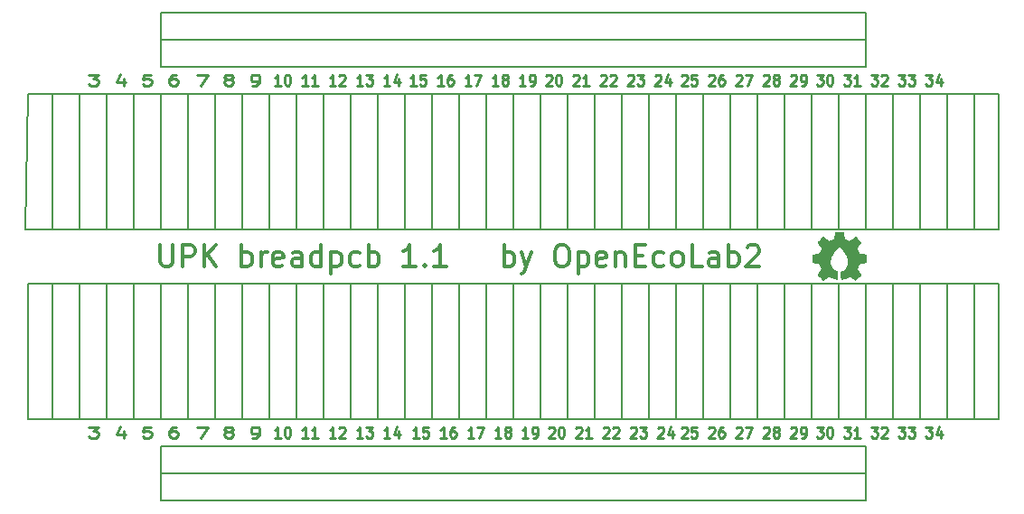
<source format=gbr>
G04 #@! TF.GenerationSoftware,KiCad,Pcbnew,5.0.2+dfsg1-1~bpo9+1*
G04 #@! TF.CreationDate,2022-11-14T20:46:36+01:00*
G04 #@! TF.ProjectId,breadpcb1,62726561-6470-4636-9231-2e6b69636164,rev?*
G04 #@! TF.SameCoordinates,Original*
G04 #@! TF.FileFunction,Legend,Top*
G04 #@! TF.FilePolarity,Positive*
%FSLAX46Y46*%
G04 Gerber Fmt 4.6, Leading zero omitted, Abs format (unit mm)*
G04 Created by KiCad (PCBNEW 5.0.2+dfsg1-1~bpo9+1) date Mo 14 Nov 2022 20:46:36 CET*
%MOMM*%
%LPD*%
G01*
G04 APERTURE LIST*
%ADD10C,0.200000*%
%ADD11C,0.240000*%
%ADD12C,0.250000*%
%ADD13C,0.300000*%
%ADD14C,0.010000*%
G04 APERTURE END LIST*
D10*
X181610000Y-68580000D02*
X181610000Y-81280000D01*
X179070000Y-81280000D02*
X179070000Y-68580000D01*
X183896000Y-81280000D02*
X176530000Y-81280000D01*
X183896000Y-68580000D02*
X183896000Y-81280000D01*
X176530000Y-68580000D02*
X183896000Y-68580000D01*
X181610000Y-86360000D02*
X181610000Y-99060000D01*
X179070000Y-86360000D02*
X179070000Y-99060000D01*
X183896000Y-99060000D02*
X176530000Y-99060000D01*
X183896000Y-86360000D02*
X183896000Y-99060000D01*
X176530000Y-86360000D02*
X183896000Y-86360000D01*
X97790000Y-86360000D02*
X97790000Y-99060000D01*
X95250000Y-86360000D02*
X95250000Y-99060000D01*
X92964000Y-99060000D02*
X100330000Y-99060000D01*
X92964000Y-86360000D02*
X92964000Y-99060000D01*
X100330000Y-86360000D02*
X92964000Y-86360000D01*
X95250000Y-68580000D02*
X95250000Y-81280000D01*
X97790000Y-68580000D02*
X97790000Y-81280000D01*
X92710000Y-81280000D02*
X100330000Y-81280000D01*
X92964000Y-68580000D02*
X92710000Y-81280000D01*
X100330000Y-68580000D02*
X92964000Y-68580000D01*
D11*
X166822857Y-99782380D02*
X167417142Y-99782380D01*
X167097142Y-100163333D01*
X167234285Y-100163333D01*
X167325714Y-100210952D01*
X167371428Y-100258571D01*
X167417142Y-100353809D01*
X167417142Y-100591904D01*
X167371428Y-100687142D01*
X167325714Y-100734761D01*
X167234285Y-100782380D01*
X166960000Y-100782380D01*
X166868571Y-100734761D01*
X166822857Y-100687142D01*
X168011428Y-99782380D02*
X168102857Y-99782380D01*
X168194285Y-99830000D01*
X168240000Y-99877619D01*
X168285714Y-99972857D01*
X168331428Y-100163333D01*
X168331428Y-100401428D01*
X168285714Y-100591904D01*
X168240000Y-100687142D01*
X168194285Y-100734761D01*
X168102857Y-100782380D01*
X168011428Y-100782380D01*
X167920000Y-100734761D01*
X167874285Y-100687142D01*
X167828571Y-100591904D01*
X167782857Y-100401428D01*
X167782857Y-100163333D01*
X167828571Y-99972857D01*
X167874285Y-99877619D01*
X167920000Y-99830000D01*
X168011428Y-99782380D01*
X169382857Y-99782380D02*
X169977142Y-99782380D01*
X169657142Y-100163333D01*
X169794285Y-100163333D01*
X169885714Y-100210952D01*
X169931428Y-100258571D01*
X169977142Y-100353809D01*
X169977142Y-100591904D01*
X169931428Y-100687142D01*
X169885714Y-100734761D01*
X169794285Y-100782380D01*
X169520000Y-100782380D01*
X169428571Y-100734761D01*
X169382857Y-100687142D01*
X170891428Y-100782380D02*
X170342857Y-100782380D01*
X170617142Y-100782380D02*
X170617142Y-99782380D01*
X170525714Y-99925238D01*
X170434285Y-100020476D01*
X170342857Y-100068095D01*
X171942857Y-99782380D02*
X172537142Y-99782380D01*
X172217142Y-100163333D01*
X172354285Y-100163333D01*
X172445714Y-100210952D01*
X172491428Y-100258571D01*
X172537142Y-100353809D01*
X172537142Y-100591904D01*
X172491428Y-100687142D01*
X172445714Y-100734761D01*
X172354285Y-100782380D01*
X172080000Y-100782380D01*
X171988571Y-100734761D01*
X171942857Y-100687142D01*
X172902857Y-99877619D02*
X172948571Y-99830000D01*
X173040000Y-99782380D01*
X173268571Y-99782380D01*
X173360000Y-99830000D01*
X173405714Y-99877619D01*
X173451428Y-99972857D01*
X173451428Y-100068095D01*
X173405714Y-100210952D01*
X172857142Y-100782380D01*
X173451428Y-100782380D01*
X174502857Y-99782380D02*
X175097142Y-99782380D01*
X174777142Y-100163333D01*
X174914285Y-100163333D01*
X175005714Y-100210952D01*
X175051428Y-100258571D01*
X175097142Y-100353809D01*
X175097142Y-100591904D01*
X175051428Y-100687142D01*
X175005714Y-100734761D01*
X174914285Y-100782380D01*
X174640000Y-100782380D01*
X174548571Y-100734761D01*
X174502857Y-100687142D01*
X175417142Y-99782380D02*
X176011428Y-99782380D01*
X175691428Y-100163333D01*
X175828571Y-100163333D01*
X175920000Y-100210952D01*
X175965714Y-100258571D01*
X176011428Y-100353809D01*
X176011428Y-100591904D01*
X175965714Y-100687142D01*
X175920000Y-100734761D01*
X175828571Y-100782380D01*
X175554285Y-100782380D01*
X175462857Y-100734761D01*
X175417142Y-100687142D01*
X177062857Y-99782380D02*
X177657142Y-99782380D01*
X177337142Y-100163333D01*
X177474285Y-100163333D01*
X177565714Y-100210952D01*
X177611428Y-100258571D01*
X177657142Y-100353809D01*
X177657142Y-100591904D01*
X177611428Y-100687142D01*
X177565714Y-100734761D01*
X177474285Y-100782380D01*
X177200000Y-100782380D01*
X177108571Y-100734761D01*
X177062857Y-100687142D01*
X178480000Y-100115714D02*
X178480000Y-100782380D01*
X178251428Y-99734761D02*
X178022857Y-100449047D01*
X178617142Y-100449047D01*
X154168571Y-99877619D02*
X154214285Y-99830000D01*
X154305714Y-99782380D01*
X154534285Y-99782380D01*
X154625714Y-99830000D01*
X154671428Y-99877619D01*
X154717142Y-99972857D01*
X154717142Y-100068095D01*
X154671428Y-100210952D01*
X154122857Y-100782380D01*
X154717142Y-100782380D01*
X155585714Y-99782380D02*
X155128571Y-99782380D01*
X155082857Y-100258571D01*
X155128571Y-100210952D01*
X155220000Y-100163333D01*
X155448571Y-100163333D01*
X155540000Y-100210952D01*
X155585714Y-100258571D01*
X155631428Y-100353809D01*
X155631428Y-100591904D01*
X155585714Y-100687142D01*
X155540000Y-100734761D01*
X155448571Y-100782380D01*
X155220000Y-100782380D01*
X155128571Y-100734761D01*
X155082857Y-100687142D01*
X156728571Y-99877619D02*
X156774285Y-99830000D01*
X156865714Y-99782380D01*
X157094285Y-99782380D01*
X157185714Y-99830000D01*
X157231428Y-99877619D01*
X157277142Y-99972857D01*
X157277142Y-100068095D01*
X157231428Y-100210952D01*
X156682857Y-100782380D01*
X157277142Y-100782380D01*
X158100000Y-99782380D02*
X157917142Y-99782380D01*
X157825714Y-99830000D01*
X157780000Y-99877619D01*
X157688571Y-100020476D01*
X157642857Y-100210952D01*
X157642857Y-100591904D01*
X157688571Y-100687142D01*
X157734285Y-100734761D01*
X157825714Y-100782380D01*
X158008571Y-100782380D01*
X158100000Y-100734761D01*
X158145714Y-100687142D01*
X158191428Y-100591904D01*
X158191428Y-100353809D01*
X158145714Y-100258571D01*
X158100000Y-100210952D01*
X158008571Y-100163333D01*
X157825714Y-100163333D01*
X157734285Y-100210952D01*
X157688571Y-100258571D01*
X157642857Y-100353809D01*
X159288571Y-99877619D02*
X159334285Y-99830000D01*
X159425714Y-99782380D01*
X159654285Y-99782380D01*
X159745714Y-99830000D01*
X159791428Y-99877619D01*
X159837142Y-99972857D01*
X159837142Y-100068095D01*
X159791428Y-100210952D01*
X159242857Y-100782380D01*
X159837142Y-100782380D01*
X160157142Y-99782380D02*
X160797142Y-99782380D01*
X160385714Y-100782380D01*
X161848571Y-99877619D02*
X161894285Y-99830000D01*
X161985714Y-99782380D01*
X162214285Y-99782380D01*
X162305714Y-99830000D01*
X162351428Y-99877619D01*
X162397142Y-99972857D01*
X162397142Y-100068095D01*
X162351428Y-100210952D01*
X161802857Y-100782380D01*
X162397142Y-100782380D01*
X162945714Y-100210952D02*
X162854285Y-100163333D01*
X162808571Y-100115714D01*
X162762857Y-100020476D01*
X162762857Y-99972857D01*
X162808571Y-99877619D01*
X162854285Y-99830000D01*
X162945714Y-99782380D01*
X163128571Y-99782380D01*
X163220000Y-99830000D01*
X163265714Y-99877619D01*
X163311428Y-99972857D01*
X163311428Y-100020476D01*
X163265714Y-100115714D01*
X163220000Y-100163333D01*
X163128571Y-100210952D01*
X162945714Y-100210952D01*
X162854285Y-100258571D01*
X162808571Y-100306190D01*
X162762857Y-100401428D01*
X162762857Y-100591904D01*
X162808571Y-100687142D01*
X162854285Y-100734761D01*
X162945714Y-100782380D01*
X163128571Y-100782380D01*
X163220000Y-100734761D01*
X163265714Y-100687142D01*
X163311428Y-100591904D01*
X163311428Y-100401428D01*
X163265714Y-100306190D01*
X163220000Y-100258571D01*
X163128571Y-100210952D01*
X164408571Y-99877619D02*
X164454285Y-99830000D01*
X164545714Y-99782380D01*
X164774285Y-99782380D01*
X164865714Y-99830000D01*
X164911428Y-99877619D01*
X164957142Y-99972857D01*
X164957142Y-100068095D01*
X164911428Y-100210952D01*
X164362857Y-100782380D01*
X164957142Y-100782380D01*
X165414285Y-100782380D02*
X165597142Y-100782380D01*
X165688571Y-100734761D01*
X165734285Y-100687142D01*
X165825714Y-100544285D01*
X165871428Y-100353809D01*
X165871428Y-99972857D01*
X165825714Y-99877619D01*
X165780000Y-99830000D01*
X165688571Y-99782380D01*
X165505714Y-99782380D01*
X165414285Y-99830000D01*
X165368571Y-99877619D01*
X165322857Y-99972857D01*
X165322857Y-100210952D01*
X165368571Y-100306190D01*
X165414285Y-100353809D01*
X165505714Y-100401428D01*
X165688571Y-100401428D01*
X165780000Y-100353809D01*
X165825714Y-100306190D01*
X165871428Y-100210952D01*
X141722571Y-99877619D02*
X141768285Y-99830000D01*
X141859714Y-99782380D01*
X142088285Y-99782380D01*
X142179714Y-99830000D01*
X142225428Y-99877619D01*
X142271142Y-99972857D01*
X142271142Y-100068095D01*
X142225428Y-100210952D01*
X141676857Y-100782380D01*
X142271142Y-100782380D01*
X142865428Y-99782380D02*
X142956857Y-99782380D01*
X143048285Y-99830000D01*
X143094000Y-99877619D01*
X143139714Y-99972857D01*
X143185428Y-100163333D01*
X143185428Y-100401428D01*
X143139714Y-100591904D01*
X143094000Y-100687142D01*
X143048285Y-100734761D01*
X142956857Y-100782380D01*
X142865428Y-100782380D01*
X142774000Y-100734761D01*
X142728285Y-100687142D01*
X142682571Y-100591904D01*
X142636857Y-100401428D01*
X142636857Y-100163333D01*
X142682571Y-99972857D01*
X142728285Y-99877619D01*
X142774000Y-99830000D01*
X142865428Y-99782380D01*
X144282571Y-99877619D02*
X144328285Y-99830000D01*
X144419714Y-99782380D01*
X144648285Y-99782380D01*
X144739714Y-99830000D01*
X144785428Y-99877619D01*
X144831142Y-99972857D01*
X144831142Y-100068095D01*
X144785428Y-100210952D01*
X144236857Y-100782380D01*
X144831142Y-100782380D01*
X145745428Y-100782380D02*
X145196857Y-100782380D01*
X145471142Y-100782380D02*
X145471142Y-99782380D01*
X145379714Y-99925238D01*
X145288285Y-100020476D01*
X145196857Y-100068095D01*
X146842571Y-99877619D02*
X146888285Y-99830000D01*
X146979714Y-99782380D01*
X147208285Y-99782380D01*
X147299714Y-99830000D01*
X147345428Y-99877619D01*
X147391142Y-99972857D01*
X147391142Y-100068095D01*
X147345428Y-100210952D01*
X146796857Y-100782380D01*
X147391142Y-100782380D01*
X147756857Y-99877619D02*
X147802571Y-99830000D01*
X147894000Y-99782380D01*
X148122571Y-99782380D01*
X148214000Y-99830000D01*
X148259714Y-99877619D01*
X148305428Y-99972857D01*
X148305428Y-100068095D01*
X148259714Y-100210952D01*
X147711142Y-100782380D01*
X148305428Y-100782380D01*
X149402571Y-99877619D02*
X149448285Y-99830000D01*
X149539714Y-99782380D01*
X149768285Y-99782380D01*
X149859714Y-99830000D01*
X149905428Y-99877619D01*
X149951142Y-99972857D01*
X149951142Y-100068095D01*
X149905428Y-100210952D01*
X149356857Y-100782380D01*
X149951142Y-100782380D01*
X150271142Y-99782380D02*
X150865428Y-99782380D01*
X150545428Y-100163333D01*
X150682571Y-100163333D01*
X150774000Y-100210952D01*
X150819714Y-100258571D01*
X150865428Y-100353809D01*
X150865428Y-100591904D01*
X150819714Y-100687142D01*
X150774000Y-100734761D01*
X150682571Y-100782380D01*
X150408285Y-100782380D01*
X150316857Y-100734761D01*
X150271142Y-100687142D01*
X151962571Y-99877619D02*
X152008285Y-99830000D01*
X152099714Y-99782380D01*
X152328285Y-99782380D01*
X152419714Y-99830000D01*
X152465428Y-99877619D01*
X152511142Y-99972857D01*
X152511142Y-100068095D01*
X152465428Y-100210952D01*
X151916857Y-100782380D01*
X152511142Y-100782380D01*
X153334000Y-100115714D02*
X153334000Y-100782380D01*
X153105428Y-99734761D02*
X152876857Y-100449047D01*
X153471142Y-100449047D01*
X129571142Y-100782380D02*
X129022571Y-100782380D01*
X129296857Y-100782380D02*
X129296857Y-99782380D01*
X129205428Y-99925238D01*
X129114000Y-100020476D01*
X129022571Y-100068095D01*
X130439714Y-99782380D02*
X129982571Y-99782380D01*
X129936857Y-100258571D01*
X129982571Y-100210952D01*
X130074000Y-100163333D01*
X130302571Y-100163333D01*
X130394000Y-100210952D01*
X130439714Y-100258571D01*
X130485428Y-100353809D01*
X130485428Y-100591904D01*
X130439714Y-100687142D01*
X130394000Y-100734761D01*
X130302571Y-100782380D01*
X130074000Y-100782380D01*
X129982571Y-100734761D01*
X129936857Y-100687142D01*
X132131142Y-100782380D02*
X131582571Y-100782380D01*
X131856857Y-100782380D02*
X131856857Y-99782380D01*
X131765428Y-99925238D01*
X131674000Y-100020476D01*
X131582571Y-100068095D01*
X132954000Y-99782380D02*
X132771142Y-99782380D01*
X132679714Y-99830000D01*
X132634000Y-99877619D01*
X132542571Y-100020476D01*
X132496857Y-100210952D01*
X132496857Y-100591904D01*
X132542571Y-100687142D01*
X132588285Y-100734761D01*
X132679714Y-100782380D01*
X132862571Y-100782380D01*
X132954000Y-100734761D01*
X132999714Y-100687142D01*
X133045428Y-100591904D01*
X133045428Y-100353809D01*
X132999714Y-100258571D01*
X132954000Y-100210952D01*
X132862571Y-100163333D01*
X132679714Y-100163333D01*
X132588285Y-100210952D01*
X132542571Y-100258571D01*
X132496857Y-100353809D01*
X134691142Y-100782380D02*
X134142571Y-100782380D01*
X134416857Y-100782380D02*
X134416857Y-99782380D01*
X134325428Y-99925238D01*
X134234000Y-100020476D01*
X134142571Y-100068095D01*
X135011142Y-99782380D02*
X135651142Y-99782380D01*
X135239714Y-100782380D01*
X137251142Y-100782380D02*
X136702571Y-100782380D01*
X136976857Y-100782380D02*
X136976857Y-99782380D01*
X136885428Y-99925238D01*
X136794000Y-100020476D01*
X136702571Y-100068095D01*
X137799714Y-100210952D02*
X137708285Y-100163333D01*
X137662571Y-100115714D01*
X137616857Y-100020476D01*
X137616857Y-99972857D01*
X137662571Y-99877619D01*
X137708285Y-99830000D01*
X137799714Y-99782380D01*
X137982571Y-99782380D01*
X138074000Y-99830000D01*
X138119714Y-99877619D01*
X138165428Y-99972857D01*
X138165428Y-100020476D01*
X138119714Y-100115714D01*
X138074000Y-100163333D01*
X137982571Y-100210952D01*
X137799714Y-100210952D01*
X137708285Y-100258571D01*
X137662571Y-100306190D01*
X137616857Y-100401428D01*
X137616857Y-100591904D01*
X137662571Y-100687142D01*
X137708285Y-100734761D01*
X137799714Y-100782380D01*
X137982571Y-100782380D01*
X138074000Y-100734761D01*
X138119714Y-100687142D01*
X138165428Y-100591904D01*
X138165428Y-100401428D01*
X138119714Y-100306190D01*
X138074000Y-100258571D01*
X137982571Y-100210952D01*
X139811142Y-100782380D02*
X139262571Y-100782380D01*
X139536857Y-100782380D02*
X139536857Y-99782380D01*
X139445428Y-99925238D01*
X139354000Y-100020476D01*
X139262571Y-100068095D01*
X140268285Y-100782380D02*
X140451142Y-100782380D01*
X140542571Y-100734761D01*
X140588285Y-100687142D01*
X140679714Y-100544285D01*
X140725428Y-100353809D01*
X140725428Y-99972857D01*
X140679714Y-99877619D01*
X140634000Y-99830000D01*
X140542571Y-99782380D01*
X140359714Y-99782380D01*
X140268285Y-99830000D01*
X140222571Y-99877619D01*
X140176857Y-99972857D01*
X140176857Y-100210952D01*
X140222571Y-100306190D01*
X140268285Y-100353809D01*
X140359714Y-100401428D01*
X140542571Y-100401428D01*
X140634000Y-100353809D01*
X140679714Y-100306190D01*
X140725428Y-100210952D01*
X116617142Y-100782380D02*
X116068571Y-100782380D01*
X116342857Y-100782380D02*
X116342857Y-99782380D01*
X116251428Y-99925238D01*
X116160000Y-100020476D01*
X116068571Y-100068095D01*
X117211428Y-99782380D02*
X117302857Y-99782380D01*
X117394285Y-99830000D01*
X117440000Y-99877619D01*
X117485714Y-99972857D01*
X117531428Y-100163333D01*
X117531428Y-100401428D01*
X117485714Y-100591904D01*
X117440000Y-100687142D01*
X117394285Y-100734761D01*
X117302857Y-100782380D01*
X117211428Y-100782380D01*
X117120000Y-100734761D01*
X117074285Y-100687142D01*
X117028571Y-100591904D01*
X116982857Y-100401428D01*
X116982857Y-100163333D01*
X117028571Y-99972857D01*
X117074285Y-99877619D01*
X117120000Y-99830000D01*
X117211428Y-99782380D01*
X119177142Y-100782380D02*
X118628571Y-100782380D01*
X118902857Y-100782380D02*
X118902857Y-99782380D01*
X118811428Y-99925238D01*
X118720000Y-100020476D01*
X118628571Y-100068095D01*
X120091428Y-100782380D02*
X119542857Y-100782380D01*
X119817142Y-100782380D02*
X119817142Y-99782380D01*
X119725714Y-99925238D01*
X119634285Y-100020476D01*
X119542857Y-100068095D01*
X121737142Y-100782380D02*
X121188571Y-100782380D01*
X121462857Y-100782380D02*
X121462857Y-99782380D01*
X121371428Y-99925238D01*
X121280000Y-100020476D01*
X121188571Y-100068095D01*
X122102857Y-99877619D02*
X122148571Y-99830000D01*
X122240000Y-99782380D01*
X122468571Y-99782380D01*
X122560000Y-99830000D01*
X122605714Y-99877619D01*
X122651428Y-99972857D01*
X122651428Y-100068095D01*
X122605714Y-100210952D01*
X122057142Y-100782380D01*
X122651428Y-100782380D01*
X124297142Y-100782380D02*
X123748571Y-100782380D01*
X124022857Y-100782380D02*
X124022857Y-99782380D01*
X123931428Y-99925238D01*
X123840000Y-100020476D01*
X123748571Y-100068095D01*
X124617142Y-99782380D02*
X125211428Y-99782380D01*
X124891428Y-100163333D01*
X125028571Y-100163333D01*
X125120000Y-100210952D01*
X125165714Y-100258571D01*
X125211428Y-100353809D01*
X125211428Y-100591904D01*
X125165714Y-100687142D01*
X125120000Y-100734761D01*
X125028571Y-100782380D01*
X124754285Y-100782380D01*
X124662857Y-100734761D01*
X124617142Y-100687142D01*
X126857142Y-100782380D02*
X126308571Y-100782380D01*
X126582857Y-100782380D02*
X126582857Y-99782380D01*
X126491428Y-99925238D01*
X126400000Y-100020476D01*
X126308571Y-100068095D01*
X127680000Y-100115714D02*
X127680000Y-100782380D01*
X127451428Y-99734761D02*
X127222857Y-100449047D01*
X127817142Y-100449047D01*
D12*
X108790952Y-99782380D02*
X109757619Y-99782380D01*
X109136190Y-100782380D01*
X111621904Y-100210952D02*
X111483809Y-100163333D01*
X111414761Y-100115714D01*
X111345714Y-100020476D01*
X111345714Y-99972857D01*
X111414761Y-99877619D01*
X111483809Y-99830000D01*
X111621904Y-99782380D01*
X111898095Y-99782380D01*
X112036190Y-99830000D01*
X112105238Y-99877619D01*
X112174285Y-99972857D01*
X112174285Y-100020476D01*
X112105238Y-100115714D01*
X112036190Y-100163333D01*
X111898095Y-100210952D01*
X111621904Y-100210952D01*
X111483809Y-100258571D01*
X111414761Y-100306190D01*
X111345714Y-100401428D01*
X111345714Y-100591904D01*
X111414761Y-100687142D01*
X111483809Y-100734761D01*
X111621904Y-100782380D01*
X111898095Y-100782380D01*
X112036190Y-100734761D01*
X112105238Y-100687142D01*
X112174285Y-100591904D01*
X112174285Y-100401428D01*
X112105238Y-100306190D01*
X112036190Y-100258571D01*
X111898095Y-100210952D01*
X113969523Y-100782380D02*
X114245714Y-100782380D01*
X114383809Y-100734761D01*
X114452857Y-100687142D01*
X114590952Y-100544285D01*
X114660000Y-100353809D01*
X114660000Y-99972857D01*
X114590952Y-99877619D01*
X114521904Y-99830000D01*
X114383809Y-99782380D01*
X114107619Y-99782380D01*
X113969523Y-99830000D01*
X113900476Y-99877619D01*
X113831428Y-99972857D01*
X113831428Y-100210952D01*
X113900476Y-100306190D01*
X113969523Y-100353809D01*
X114107619Y-100401428D01*
X114383809Y-100401428D01*
X114521904Y-100353809D01*
X114590952Y-100306190D01*
X114660000Y-100210952D01*
X98658095Y-99782380D02*
X99555714Y-99782380D01*
X99072380Y-100163333D01*
X99279523Y-100163333D01*
X99417619Y-100210952D01*
X99486666Y-100258571D01*
X99555714Y-100353809D01*
X99555714Y-100591904D01*
X99486666Y-100687142D01*
X99417619Y-100734761D01*
X99279523Y-100782380D01*
X98865238Y-100782380D01*
X98727142Y-100734761D01*
X98658095Y-100687142D01*
X101903333Y-100115714D02*
X101903333Y-100782380D01*
X101558095Y-99734761D02*
X101212857Y-100449047D01*
X102110476Y-100449047D01*
X104458095Y-99782380D02*
X103767619Y-99782380D01*
X103698571Y-100258571D01*
X103767619Y-100210952D01*
X103905714Y-100163333D01*
X104250952Y-100163333D01*
X104389047Y-100210952D01*
X104458095Y-100258571D01*
X104527142Y-100353809D01*
X104527142Y-100591904D01*
X104458095Y-100687142D01*
X104389047Y-100734761D01*
X104250952Y-100782380D01*
X103905714Y-100782380D01*
X103767619Y-100734761D01*
X103698571Y-100687142D01*
X106874761Y-99782380D02*
X106598571Y-99782380D01*
X106460476Y-99830000D01*
X106391428Y-99877619D01*
X106253333Y-100020476D01*
X106184285Y-100210952D01*
X106184285Y-100591904D01*
X106253333Y-100687142D01*
X106322380Y-100734761D01*
X106460476Y-100782380D01*
X106736666Y-100782380D01*
X106874761Y-100734761D01*
X106943809Y-100687142D01*
X107012857Y-100591904D01*
X107012857Y-100353809D01*
X106943809Y-100258571D01*
X106874761Y-100210952D01*
X106736666Y-100163333D01*
X106460476Y-100163333D01*
X106322380Y-100210952D01*
X106253333Y-100258571D01*
X106184285Y-100353809D01*
X108790952Y-66762380D02*
X109757619Y-66762380D01*
X109136190Y-67762380D01*
X111621904Y-67190952D02*
X111483809Y-67143333D01*
X111414761Y-67095714D01*
X111345714Y-67000476D01*
X111345714Y-66952857D01*
X111414761Y-66857619D01*
X111483809Y-66810000D01*
X111621904Y-66762380D01*
X111898095Y-66762380D01*
X112036190Y-66810000D01*
X112105238Y-66857619D01*
X112174285Y-66952857D01*
X112174285Y-67000476D01*
X112105238Y-67095714D01*
X112036190Y-67143333D01*
X111898095Y-67190952D01*
X111621904Y-67190952D01*
X111483809Y-67238571D01*
X111414761Y-67286190D01*
X111345714Y-67381428D01*
X111345714Y-67571904D01*
X111414761Y-67667142D01*
X111483809Y-67714761D01*
X111621904Y-67762380D01*
X111898095Y-67762380D01*
X112036190Y-67714761D01*
X112105238Y-67667142D01*
X112174285Y-67571904D01*
X112174285Y-67381428D01*
X112105238Y-67286190D01*
X112036190Y-67238571D01*
X111898095Y-67190952D01*
X113969523Y-67762380D02*
X114245714Y-67762380D01*
X114383809Y-67714761D01*
X114452857Y-67667142D01*
X114590952Y-67524285D01*
X114660000Y-67333809D01*
X114660000Y-66952857D01*
X114590952Y-66857619D01*
X114521904Y-66810000D01*
X114383809Y-66762380D01*
X114107619Y-66762380D01*
X113969523Y-66810000D01*
X113900476Y-66857619D01*
X113831428Y-66952857D01*
X113831428Y-67190952D01*
X113900476Y-67286190D01*
X113969523Y-67333809D01*
X114107619Y-67381428D01*
X114383809Y-67381428D01*
X114521904Y-67333809D01*
X114590952Y-67286190D01*
X114660000Y-67190952D01*
D11*
X166822857Y-66762380D02*
X167417142Y-66762380D01*
X167097142Y-67143333D01*
X167234285Y-67143333D01*
X167325714Y-67190952D01*
X167371428Y-67238571D01*
X167417142Y-67333809D01*
X167417142Y-67571904D01*
X167371428Y-67667142D01*
X167325714Y-67714761D01*
X167234285Y-67762380D01*
X166960000Y-67762380D01*
X166868571Y-67714761D01*
X166822857Y-67667142D01*
X168011428Y-66762380D02*
X168102857Y-66762380D01*
X168194285Y-66810000D01*
X168240000Y-66857619D01*
X168285714Y-66952857D01*
X168331428Y-67143333D01*
X168331428Y-67381428D01*
X168285714Y-67571904D01*
X168240000Y-67667142D01*
X168194285Y-67714761D01*
X168102857Y-67762380D01*
X168011428Y-67762380D01*
X167920000Y-67714761D01*
X167874285Y-67667142D01*
X167828571Y-67571904D01*
X167782857Y-67381428D01*
X167782857Y-67143333D01*
X167828571Y-66952857D01*
X167874285Y-66857619D01*
X167920000Y-66810000D01*
X168011428Y-66762380D01*
X169382857Y-66762380D02*
X169977142Y-66762380D01*
X169657142Y-67143333D01*
X169794285Y-67143333D01*
X169885714Y-67190952D01*
X169931428Y-67238571D01*
X169977142Y-67333809D01*
X169977142Y-67571904D01*
X169931428Y-67667142D01*
X169885714Y-67714761D01*
X169794285Y-67762380D01*
X169520000Y-67762380D01*
X169428571Y-67714761D01*
X169382857Y-67667142D01*
X170891428Y-67762380D02*
X170342857Y-67762380D01*
X170617142Y-67762380D02*
X170617142Y-66762380D01*
X170525714Y-66905238D01*
X170434285Y-67000476D01*
X170342857Y-67048095D01*
X171942857Y-66762380D02*
X172537142Y-66762380D01*
X172217142Y-67143333D01*
X172354285Y-67143333D01*
X172445714Y-67190952D01*
X172491428Y-67238571D01*
X172537142Y-67333809D01*
X172537142Y-67571904D01*
X172491428Y-67667142D01*
X172445714Y-67714761D01*
X172354285Y-67762380D01*
X172080000Y-67762380D01*
X171988571Y-67714761D01*
X171942857Y-67667142D01*
X172902857Y-66857619D02*
X172948571Y-66810000D01*
X173040000Y-66762380D01*
X173268571Y-66762380D01*
X173360000Y-66810000D01*
X173405714Y-66857619D01*
X173451428Y-66952857D01*
X173451428Y-67048095D01*
X173405714Y-67190952D01*
X172857142Y-67762380D01*
X173451428Y-67762380D01*
X174502857Y-66762380D02*
X175097142Y-66762380D01*
X174777142Y-67143333D01*
X174914285Y-67143333D01*
X175005714Y-67190952D01*
X175051428Y-67238571D01*
X175097142Y-67333809D01*
X175097142Y-67571904D01*
X175051428Y-67667142D01*
X175005714Y-67714761D01*
X174914285Y-67762380D01*
X174640000Y-67762380D01*
X174548571Y-67714761D01*
X174502857Y-67667142D01*
X175417142Y-66762380D02*
X176011428Y-66762380D01*
X175691428Y-67143333D01*
X175828571Y-67143333D01*
X175920000Y-67190952D01*
X175965714Y-67238571D01*
X176011428Y-67333809D01*
X176011428Y-67571904D01*
X175965714Y-67667142D01*
X175920000Y-67714761D01*
X175828571Y-67762380D01*
X175554285Y-67762380D01*
X175462857Y-67714761D01*
X175417142Y-67667142D01*
X177062857Y-66762380D02*
X177657142Y-66762380D01*
X177337142Y-67143333D01*
X177474285Y-67143333D01*
X177565714Y-67190952D01*
X177611428Y-67238571D01*
X177657142Y-67333809D01*
X177657142Y-67571904D01*
X177611428Y-67667142D01*
X177565714Y-67714761D01*
X177474285Y-67762380D01*
X177200000Y-67762380D01*
X177108571Y-67714761D01*
X177062857Y-67667142D01*
X178480000Y-67095714D02*
X178480000Y-67762380D01*
X178251428Y-66714761D02*
X178022857Y-67429047D01*
X178617142Y-67429047D01*
X154168571Y-66857619D02*
X154214285Y-66810000D01*
X154305714Y-66762380D01*
X154534285Y-66762380D01*
X154625714Y-66810000D01*
X154671428Y-66857619D01*
X154717142Y-66952857D01*
X154717142Y-67048095D01*
X154671428Y-67190952D01*
X154122857Y-67762380D01*
X154717142Y-67762380D01*
X155585714Y-66762380D02*
X155128571Y-66762380D01*
X155082857Y-67238571D01*
X155128571Y-67190952D01*
X155220000Y-67143333D01*
X155448571Y-67143333D01*
X155540000Y-67190952D01*
X155585714Y-67238571D01*
X155631428Y-67333809D01*
X155631428Y-67571904D01*
X155585714Y-67667142D01*
X155540000Y-67714761D01*
X155448571Y-67762380D01*
X155220000Y-67762380D01*
X155128571Y-67714761D01*
X155082857Y-67667142D01*
X156728571Y-66857619D02*
X156774285Y-66810000D01*
X156865714Y-66762380D01*
X157094285Y-66762380D01*
X157185714Y-66810000D01*
X157231428Y-66857619D01*
X157277142Y-66952857D01*
X157277142Y-67048095D01*
X157231428Y-67190952D01*
X156682857Y-67762380D01*
X157277142Y-67762380D01*
X158100000Y-66762380D02*
X157917142Y-66762380D01*
X157825714Y-66810000D01*
X157780000Y-66857619D01*
X157688571Y-67000476D01*
X157642857Y-67190952D01*
X157642857Y-67571904D01*
X157688571Y-67667142D01*
X157734285Y-67714761D01*
X157825714Y-67762380D01*
X158008571Y-67762380D01*
X158100000Y-67714761D01*
X158145714Y-67667142D01*
X158191428Y-67571904D01*
X158191428Y-67333809D01*
X158145714Y-67238571D01*
X158100000Y-67190952D01*
X158008571Y-67143333D01*
X157825714Y-67143333D01*
X157734285Y-67190952D01*
X157688571Y-67238571D01*
X157642857Y-67333809D01*
X159288571Y-66857619D02*
X159334285Y-66810000D01*
X159425714Y-66762380D01*
X159654285Y-66762380D01*
X159745714Y-66810000D01*
X159791428Y-66857619D01*
X159837142Y-66952857D01*
X159837142Y-67048095D01*
X159791428Y-67190952D01*
X159242857Y-67762380D01*
X159837142Y-67762380D01*
X160157142Y-66762380D02*
X160797142Y-66762380D01*
X160385714Y-67762380D01*
X161848571Y-66857619D02*
X161894285Y-66810000D01*
X161985714Y-66762380D01*
X162214285Y-66762380D01*
X162305714Y-66810000D01*
X162351428Y-66857619D01*
X162397142Y-66952857D01*
X162397142Y-67048095D01*
X162351428Y-67190952D01*
X161802857Y-67762380D01*
X162397142Y-67762380D01*
X162945714Y-67190952D02*
X162854285Y-67143333D01*
X162808571Y-67095714D01*
X162762857Y-67000476D01*
X162762857Y-66952857D01*
X162808571Y-66857619D01*
X162854285Y-66810000D01*
X162945714Y-66762380D01*
X163128571Y-66762380D01*
X163220000Y-66810000D01*
X163265714Y-66857619D01*
X163311428Y-66952857D01*
X163311428Y-67000476D01*
X163265714Y-67095714D01*
X163220000Y-67143333D01*
X163128571Y-67190952D01*
X162945714Y-67190952D01*
X162854285Y-67238571D01*
X162808571Y-67286190D01*
X162762857Y-67381428D01*
X162762857Y-67571904D01*
X162808571Y-67667142D01*
X162854285Y-67714761D01*
X162945714Y-67762380D01*
X163128571Y-67762380D01*
X163220000Y-67714761D01*
X163265714Y-67667142D01*
X163311428Y-67571904D01*
X163311428Y-67381428D01*
X163265714Y-67286190D01*
X163220000Y-67238571D01*
X163128571Y-67190952D01*
X164408571Y-66857619D02*
X164454285Y-66810000D01*
X164545714Y-66762380D01*
X164774285Y-66762380D01*
X164865714Y-66810000D01*
X164911428Y-66857619D01*
X164957142Y-66952857D01*
X164957142Y-67048095D01*
X164911428Y-67190952D01*
X164362857Y-67762380D01*
X164957142Y-67762380D01*
X165414285Y-67762380D02*
X165597142Y-67762380D01*
X165688571Y-67714761D01*
X165734285Y-67667142D01*
X165825714Y-67524285D01*
X165871428Y-67333809D01*
X165871428Y-66952857D01*
X165825714Y-66857619D01*
X165780000Y-66810000D01*
X165688571Y-66762380D01*
X165505714Y-66762380D01*
X165414285Y-66810000D01*
X165368571Y-66857619D01*
X165322857Y-66952857D01*
X165322857Y-67190952D01*
X165368571Y-67286190D01*
X165414285Y-67333809D01*
X165505714Y-67381428D01*
X165688571Y-67381428D01*
X165780000Y-67333809D01*
X165825714Y-67286190D01*
X165871428Y-67190952D01*
X141468571Y-66857619D02*
X141514285Y-66810000D01*
X141605714Y-66762380D01*
X141834285Y-66762380D01*
X141925714Y-66810000D01*
X141971428Y-66857619D01*
X142017142Y-66952857D01*
X142017142Y-67048095D01*
X141971428Y-67190952D01*
X141422857Y-67762380D01*
X142017142Y-67762380D01*
X142611428Y-66762380D02*
X142702857Y-66762380D01*
X142794285Y-66810000D01*
X142840000Y-66857619D01*
X142885714Y-66952857D01*
X142931428Y-67143333D01*
X142931428Y-67381428D01*
X142885714Y-67571904D01*
X142840000Y-67667142D01*
X142794285Y-67714761D01*
X142702857Y-67762380D01*
X142611428Y-67762380D01*
X142520000Y-67714761D01*
X142474285Y-67667142D01*
X142428571Y-67571904D01*
X142382857Y-67381428D01*
X142382857Y-67143333D01*
X142428571Y-66952857D01*
X142474285Y-66857619D01*
X142520000Y-66810000D01*
X142611428Y-66762380D01*
X144028571Y-66857619D02*
X144074285Y-66810000D01*
X144165714Y-66762380D01*
X144394285Y-66762380D01*
X144485714Y-66810000D01*
X144531428Y-66857619D01*
X144577142Y-66952857D01*
X144577142Y-67048095D01*
X144531428Y-67190952D01*
X143982857Y-67762380D01*
X144577142Y-67762380D01*
X145491428Y-67762380D02*
X144942857Y-67762380D01*
X145217142Y-67762380D02*
X145217142Y-66762380D01*
X145125714Y-66905238D01*
X145034285Y-67000476D01*
X144942857Y-67048095D01*
X146588571Y-66857619D02*
X146634285Y-66810000D01*
X146725714Y-66762380D01*
X146954285Y-66762380D01*
X147045714Y-66810000D01*
X147091428Y-66857619D01*
X147137142Y-66952857D01*
X147137142Y-67048095D01*
X147091428Y-67190952D01*
X146542857Y-67762380D01*
X147137142Y-67762380D01*
X147502857Y-66857619D02*
X147548571Y-66810000D01*
X147640000Y-66762380D01*
X147868571Y-66762380D01*
X147960000Y-66810000D01*
X148005714Y-66857619D01*
X148051428Y-66952857D01*
X148051428Y-67048095D01*
X148005714Y-67190952D01*
X147457142Y-67762380D01*
X148051428Y-67762380D01*
X149148571Y-66857619D02*
X149194285Y-66810000D01*
X149285714Y-66762380D01*
X149514285Y-66762380D01*
X149605714Y-66810000D01*
X149651428Y-66857619D01*
X149697142Y-66952857D01*
X149697142Y-67048095D01*
X149651428Y-67190952D01*
X149102857Y-67762380D01*
X149697142Y-67762380D01*
X150017142Y-66762380D02*
X150611428Y-66762380D01*
X150291428Y-67143333D01*
X150428571Y-67143333D01*
X150520000Y-67190952D01*
X150565714Y-67238571D01*
X150611428Y-67333809D01*
X150611428Y-67571904D01*
X150565714Y-67667142D01*
X150520000Y-67714761D01*
X150428571Y-67762380D01*
X150154285Y-67762380D01*
X150062857Y-67714761D01*
X150017142Y-67667142D01*
X151708571Y-66857619D02*
X151754285Y-66810000D01*
X151845714Y-66762380D01*
X152074285Y-66762380D01*
X152165714Y-66810000D01*
X152211428Y-66857619D01*
X152257142Y-66952857D01*
X152257142Y-67048095D01*
X152211428Y-67190952D01*
X151662857Y-67762380D01*
X152257142Y-67762380D01*
X153080000Y-67095714D02*
X153080000Y-67762380D01*
X152851428Y-66714761D02*
X152622857Y-67429047D01*
X153217142Y-67429047D01*
X129317142Y-67762380D02*
X128768571Y-67762380D01*
X129042857Y-67762380D02*
X129042857Y-66762380D01*
X128951428Y-66905238D01*
X128860000Y-67000476D01*
X128768571Y-67048095D01*
X130185714Y-66762380D02*
X129728571Y-66762380D01*
X129682857Y-67238571D01*
X129728571Y-67190952D01*
X129820000Y-67143333D01*
X130048571Y-67143333D01*
X130140000Y-67190952D01*
X130185714Y-67238571D01*
X130231428Y-67333809D01*
X130231428Y-67571904D01*
X130185714Y-67667142D01*
X130140000Y-67714761D01*
X130048571Y-67762380D01*
X129820000Y-67762380D01*
X129728571Y-67714761D01*
X129682857Y-67667142D01*
X131877142Y-67762380D02*
X131328571Y-67762380D01*
X131602857Y-67762380D02*
X131602857Y-66762380D01*
X131511428Y-66905238D01*
X131420000Y-67000476D01*
X131328571Y-67048095D01*
X132700000Y-66762380D02*
X132517142Y-66762380D01*
X132425714Y-66810000D01*
X132380000Y-66857619D01*
X132288571Y-67000476D01*
X132242857Y-67190952D01*
X132242857Y-67571904D01*
X132288571Y-67667142D01*
X132334285Y-67714761D01*
X132425714Y-67762380D01*
X132608571Y-67762380D01*
X132700000Y-67714761D01*
X132745714Y-67667142D01*
X132791428Y-67571904D01*
X132791428Y-67333809D01*
X132745714Y-67238571D01*
X132700000Y-67190952D01*
X132608571Y-67143333D01*
X132425714Y-67143333D01*
X132334285Y-67190952D01*
X132288571Y-67238571D01*
X132242857Y-67333809D01*
X134437142Y-67762380D02*
X133888571Y-67762380D01*
X134162857Y-67762380D02*
X134162857Y-66762380D01*
X134071428Y-66905238D01*
X133980000Y-67000476D01*
X133888571Y-67048095D01*
X134757142Y-66762380D02*
X135397142Y-66762380D01*
X134985714Y-67762380D01*
X136997142Y-67762380D02*
X136448571Y-67762380D01*
X136722857Y-67762380D02*
X136722857Y-66762380D01*
X136631428Y-66905238D01*
X136540000Y-67000476D01*
X136448571Y-67048095D01*
X137545714Y-67190952D02*
X137454285Y-67143333D01*
X137408571Y-67095714D01*
X137362857Y-67000476D01*
X137362857Y-66952857D01*
X137408571Y-66857619D01*
X137454285Y-66810000D01*
X137545714Y-66762380D01*
X137728571Y-66762380D01*
X137820000Y-66810000D01*
X137865714Y-66857619D01*
X137911428Y-66952857D01*
X137911428Y-67000476D01*
X137865714Y-67095714D01*
X137820000Y-67143333D01*
X137728571Y-67190952D01*
X137545714Y-67190952D01*
X137454285Y-67238571D01*
X137408571Y-67286190D01*
X137362857Y-67381428D01*
X137362857Y-67571904D01*
X137408571Y-67667142D01*
X137454285Y-67714761D01*
X137545714Y-67762380D01*
X137728571Y-67762380D01*
X137820000Y-67714761D01*
X137865714Y-67667142D01*
X137911428Y-67571904D01*
X137911428Y-67381428D01*
X137865714Y-67286190D01*
X137820000Y-67238571D01*
X137728571Y-67190952D01*
X139557142Y-67762380D02*
X139008571Y-67762380D01*
X139282857Y-67762380D02*
X139282857Y-66762380D01*
X139191428Y-66905238D01*
X139100000Y-67000476D01*
X139008571Y-67048095D01*
X140014285Y-67762380D02*
X140197142Y-67762380D01*
X140288571Y-67714761D01*
X140334285Y-67667142D01*
X140425714Y-67524285D01*
X140471428Y-67333809D01*
X140471428Y-66952857D01*
X140425714Y-66857619D01*
X140380000Y-66810000D01*
X140288571Y-66762380D01*
X140105714Y-66762380D01*
X140014285Y-66810000D01*
X139968571Y-66857619D01*
X139922857Y-66952857D01*
X139922857Y-67190952D01*
X139968571Y-67286190D01*
X140014285Y-67333809D01*
X140105714Y-67381428D01*
X140288571Y-67381428D01*
X140380000Y-67333809D01*
X140425714Y-67286190D01*
X140471428Y-67190952D01*
X116617142Y-67762380D02*
X116068571Y-67762380D01*
X116342857Y-67762380D02*
X116342857Y-66762380D01*
X116251428Y-66905238D01*
X116160000Y-67000476D01*
X116068571Y-67048095D01*
X117211428Y-66762380D02*
X117302857Y-66762380D01*
X117394285Y-66810000D01*
X117440000Y-66857619D01*
X117485714Y-66952857D01*
X117531428Y-67143333D01*
X117531428Y-67381428D01*
X117485714Y-67571904D01*
X117440000Y-67667142D01*
X117394285Y-67714761D01*
X117302857Y-67762380D01*
X117211428Y-67762380D01*
X117120000Y-67714761D01*
X117074285Y-67667142D01*
X117028571Y-67571904D01*
X116982857Y-67381428D01*
X116982857Y-67143333D01*
X117028571Y-66952857D01*
X117074285Y-66857619D01*
X117120000Y-66810000D01*
X117211428Y-66762380D01*
X119177142Y-67762380D02*
X118628571Y-67762380D01*
X118902857Y-67762380D02*
X118902857Y-66762380D01*
X118811428Y-66905238D01*
X118720000Y-67000476D01*
X118628571Y-67048095D01*
X120091428Y-67762380D02*
X119542857Y-67762380D01*
X119817142Y-67762380D02*
X119817142Y-66762380D01*
X119725714Y-66905238D01*
X119634285Y-67000476D01*
X119542857Y-67048095D01*
X121737142Y-67762380D02*
X121188571Y-67762380D01*
X121462857Y-67762380D02*
X121462857Y-66762380D01*
X121371428Y-66905238D01*
X121280000Y-67000476D01*
X121188571Y-67048095D01*
X122102857Y-66857619D02*
X122148571Y-66810000D01*
X122240000Y-66762380D01*
X122468571Y-66762380D01*
X122560000Y-66810000D01*
X122605714Y-66857619D01*
X122651428Y-66952857D01*
X122651428Y-67048095D01*
X122605714Y-67190952D01*
X122057142Y-67762380D01*
X122651428Y-67762380D01*
X124297142Y-67762380D02*
X123748571Y-67762380D01*
X124022857Y-67762380D02*
X124022857Y-66762380D01*
X123931428Y-66905238D01*
X123840000Y-67000476D01*
X123748571Y-67048095D01*
X124617142Y-66762380D02*
X125211428Y-66762380D01*
X124891428Y-67143333D01*
X125028571Y-67143333D01*
X125120000Y-67190952D01*
X125165714Y-67238571D01*
X125211428Y-67333809D01*
X125211428Y-67571904D01*
X125165714Y-67667142D01*
X125120000Y-67714761D01*
X125028571Y-67762380D01*
X124754285Y-67762380D01*
X124662857Y-67714761D01*
X124617142Y-67667142D01*
X126857142Y-67762380D02*
X126308571Y-67762380D01*
X126582857Y-67762380D02*
X126582857Y-66762380D01*
X126491428Y-66905238D01*
X126400000Y-67000476D01*
X126308571Y-67048095D01*
X127680000Y-67095714D02*
X127680000Y-67762380D01*
X127451428Y-66714761D02*
X127222857Y-67429047D01*
X127817142Y-67429047D01*
D12*
X98658095Y-66762380D02*
X99555714Y-66762380D01*
X99072380Y-67143333D01*
X99279523Y-67143333D01*
X99417619Y-67190952D01*
X99486666Y-67238571D01*
X99555714Y-67333809D01*
X99555714Y-67571904D01*
X99486666Y-67667142D01*
X99417619Y-67714761D01*
X99279523Y-67762380D01*
X98865238Y-67762380D01*
X98727142Y-67714761D01*
X98658095Y-67667142D01*
X101903333Y-67095714D02*
X101903333Y-67762380D01*
X101558095Y-66714761D02*
X101212857Y-67429047D01*
X102110476Y-67429047D01*
X104458095Y-66762380D02*
X103767619Y-66762380D01*
X103698571Y-67238571D01*
X103767619Y-67190952D01*
X103905714Y-67143333D01*
X104250952Y-67143333D01*
X104389047Y-67190952D01*
X104458095Y-67238571D01*
X104527142Y-67333809D01*
X104527142Y-67571904D01*
X104458095Y-67667142D01*
X104389047Y-67714761D01*
X104250952Y-67762380D01*
X103905714Y-67762380D01*
X103767619Y-67714761D01*
X103698571Y-67667142D01*
X106874761Y-66762380D02*
X106598571Y-66762380D01*
X106460476Y-66810000D01*
X106391428Y-66857619D01*
X106253333Y-67000476D01*
X106184285Y-67190952D01*
X106184285Y-67571904D01*
X106253333Y-67667142D01*
X106322380Y-67714761D01*
X106460476Y-67762380D01*
X106736666Y-67762380D01*
X106874761Y-67714761D01*
X106943809Y-67667142D01*
X107012857Y-67571904D01*
X107012857Y-67333809D01*
X106943809Y-67238571D01*
X106874761Y-67190952D01*
X106736666Y-67143333D01*
X106460476Y-67143333D01*
X106322380Y-67190952D01*
X106253333Y-67238571D01*
X106184285Y-67333809D01*
D13*
X105350000Y-82724761D02*
X105350000Y-84343809D01*
X105445238Y-84534285D01*
X105540476Y-84629523D01*
X105730952Y-84724761D01*
X106111904Y-84724761D01*
X106302380Y-84629523D01*
X106397619Y-84534285D01*
X106492857Y-84343809D01*
X106492857Y-82724761D01*
X107445238Y-84724761D02*
X107445238Y-82724761D01*
X108207142Y-82724761D01*
X108397619Y-82820000D01*
X108492857Y-82915238D01*
X108588095Y-83105714D01*
X108588095Y-83391428D01*
X108492857Y-83581904D01*
X108397619Y-83677142D01*
X108207142Y-83772380D01*
X107445238Y-83772380D01*
X109445238Y-84724761D02*
X109445238Y-82724761D01*
X110588095Y-84724761D02*
X109730952Y-83581904D01*
X110588095Y-82724761D02*
X109445238Y-83867619D01*
X112969047Y-84724761D02*
X112969047Y-82724761D01*
X112969047Y-83486666D02*
X113159523Y-83391428D01*
X113540476Y-83391428D01*
X113730952Y-83486666D01*
X113826190Y-83581904D01*
X113921428Y-83772380D01*
X113921428Y-84343809D01*
X113826190Y-84534285D01*
X113730952Y-84629523D01*
X113540476Y-84724761D01*
X113159523Y-84724761D01*
X112969047Y-84629523D01*
X114778571Y-84724761D02*
X114778571Y-83391428D01*
X114778571Y-83772380D02*
X114873809Y-83581904D01*
X114969047Y-83486666D01*
X115159523Y-83391428D01*
X115350000Y-83391428D01*
X116778571Y-84629523D02*
X116588095Y-84724761D01*
X116207142Y-84724761D01*
X116016666Y-84629523D01*
X115921428Y-84439047D01*
X115921428Y-83677142D01*
X116016666Y-83486666D01*
X116207142Y-83391428D01*
X116588095Y-83391428D01*
X116778571Y-83486666D01*
X116873809Y-83677142D01*
X116873809Y-83867619D01*
X115921428Y-84058095D01*
X118588095Y-84724761D02*
X118588095Y-83677142D01*
X118492857Y-83486666D01*
X118302380Y-83391428D01*
X117921428Y-83391428D01*
X117730952Y-83486666D01*
X118588095Y-84629523D02*
X118397619Y-84724761D01*
X117921428Y-84724761D01*
X117730952Y-84629523D01*
X117635714Y-84439047D01*
X117635714Y-84248571D01*
X117730952Y-84058095D01*
X117921428Y-83962857D01*
X118397619Y-83962857D01*
X118588095Y-83867619D01*
X120397619Y-84724761D02*
X120397619Y-82724761D01*
X120397619Y-84629523D02*
X120207142Y-84724761D01*
X119826190Y-84724761D01*
X119635714Y-84629523D01*
X119540476Y-84534285D01*
X119445238Y-84343809D01*
X119445238Y-83772380D01*
X119540476Y-83581904D01*
X119635714Y-83486666D01*
X119826190Y-83391428D01*
X120207142Y-83391428D01*
X120397619Y-83486666D01*
X121350000Y-83391428D02*
X121350000Y-85391428D01*
X121350000Y-83486666D02*
X121540476Y-83391428D01*
X121921428Y-83391428D01*
X122111904Y-83486666D01*
X122207142Y-83581904D01*
X122302380Y-83772380D01*
X122302380Y-84343809D01*
X122207142Y-84534285D01*
X122111904Y-84629523D01*
X121921428Y-84724761D01*
X121540476Y-84724761D01*
X121350000Y-84629523D01*
X124016666Y-84629523D02*
X123826190Y-84724761D01*
X123445238Y-84724761D01*
X123254761Y-84629523D01*
X123159523Y-84534285D01*
X123064285Y-84343809D01*
X123064285Y-83772380D01*
X123159523Y-83581904D01*
X123254761Y-83486666D01*
X123445238Y-83391428D01*
X123826190Y-83391428D01*
X124016666Y-83486666D01*
X124873809Y-84724761D02*
X124873809Y-82724761D01*
X124873809Y-83486666D02*
X125064285Y-83391428D01*
X125445238Y-83391428D01*
X125635714Y-83486666D01*
X125730952Y-83581904D01*
X125826190Y-83772380D01*
X125826190Y-84343809D01*
X125730952Y-84534285D01*
X125635714Y-84629523D01*
X125445238Y-84724761D01*
X125064285Y-84724761D01*
X124873809Y-84629523D01*
X129254761Y-84724761D02*
X128111904Y-84724761D01*
X128683333Y-84724761D02*
X128683333Y-82724761D01*
X128492857Y-83010476D01*
X128302380Y-83200952D01*
X128111904Y-83296190D01*
X130111904Y-84534285D02*
X130207142Y-84629523D01*
X130111904Y-84724761D01*
X130016666Y-84629523D01*
X130111904Y-84534285D01*
X130111904Y-84724761D01*
X132111904Y-84724761D02*
X130969047Y-84724761D01*
X131540476Y-84724761D02*
X131540476Y-82724761D01*
X131350000Y-83010476D01*
X131159523Y-83200952D01*
X130969047Y-83296190D01*
X137540476Y-84724761D02*
X137540476Y-82724761D01*
X137540476Y-83486666D02*
X137730952Y-83391428D01*
X138111904Y-83391428D01*
X138302380Y-83486666D01*
X138397619Y-83581904D01*
X138492857Y-83772380D01*
X138492857Y-84343809D01*
X138397619Y-84534285D01*
X138302380Y-84629523D01*
X138111904Y-84724761D01*
X137730952Y-84724761D01*
X137540476Y-84629523D01*
X139159523Y-83391428D02*
X139635714Y-84724761D01*
X140111904Y-83391428D02*
X139635714Y-84724761D01*
X139445238Y-85200952D01*
X139350000Y-85296190D01*
X139159523Y-85391428D01*
X142778571Y-82724761D02*
X143159523Y-82724761D01*
X143349999Y-82820000D01*
X143540476Y-83010476D01*
X143635714Y-83391428D01*
X143635714Y-84058095D01*
X143540476Y-84439047D01*
X143349999Y-84629523D01*
X143159523Y-84724761D01*
X142778571Y-84724761D01*
X142588095Y-84629523D01*
X142397619Y-84439047D01*
X142302380Y-84058095D01*
X142302380Y-83391428D01*
X142397619Y-83010476D01*
X142588095Y-82820000D01*
X142778571Y-82724761D01*
X144492857Y-83391428D02*
X144492857Y-85391428D01*
X144492857Y-83486666D02*
X144683333Y-83391428D01*
X145064285Y-83391428D01*
X145254761Y-83486666D01*
X145350000Y-83581904D01*
X145445238Y-83772380D01*
X145445238Y-84343809D01*
X145350000Y-84534285D01*
X145254761Y-84629523D01*
X145064285Y-84724761D01*
X144683333Y-84724761D01*
X144492857Y-84629523D01*
X147064285Y-84629523D02*
X146873809Y-84724761D01*
X146492857Y-84724761D01*
X146302380Y-84629523D01*
X146207142Y-84439047D01*
X146207142Y-83677142D01*
X146302380Y-83486666D01*
X146492857Y-83391428D01*
X146873809Y-83391428D01*
X147064285Y-83486666D01*
X147159523Y-83677142D01*
X147159523Y-83867619D01*
X146207142Y-84058095D01*
X148016666Y-83391428D02*
X148016666Y-84724761D01*
X148016666Y-83581904D02*
X148111904Y-83486666D01*
X148302380Y-83391428D01*
X148588095Y-83391428D01*
X148778571Y-83486666D01*
X148873809Y-83677142D01*
X148873809Y-84724761D01*
X149826190Y-83677142D02*
X150492857Y-83677142D01*
X150778571Y-84724761D02*
X149826190Y-84724761D01*
X149826190Y-82724761D01*
X150778571Y-82724761D01*
X152492857Y-84629523D02*
X152302380Y-84724761D01*
X151921428Y-84724761D01*
X151730952Y-84629523D01*
X151635714Y-84534285D01*
X151540476Y-84343809D01*
X151540476Y-83772380D01*
X151635714Y-83581904D01*
X151730952Y-83486666D01*
X151921428Y-83391428D01*
X152302380Y-83391428D01*
X152492857Y-83486666D01*
X153635714Y-84724761D02*
X153445238Y-84629523D01*
X153349999Y-84534285D01*
X153254761Y-84343809D01*
X153254761Y-83772380D01*
X153349999Y-83581904D01*
X153445238Y-83486666D01*
X153635714Y-83391428D01*
X153921428Y-83391428D01*
X154111904Y-83486666D01*
X154207142Y-83581904D01*
X154302380Y-83772380D01*
X154302380Y-84343809D01*
X154207142Y-84534285D01*
X154111904Y-84629523D01*
X153921428Y-84724761D01*
X153635714Y-84724761D01*
X156111904Y-84724761D02*
X155159523Y-84724761D01*
X155159523Y-82724761D01*
X157635714Y-84724761D02*
X157635714Y-83677142D01*
X157540476Y-83486666D01*
X157349999Y-83391428D01*
X156969047Y-83391428D01*
X156778571Y-83486666D01*
X157635714Y-84629523D02*
X157445238Y-84724761D01*
X156969047Y-84724761D01*
X156778571Y-84629523D01*
X156683333Y-84439047D01*
X156683333Y-84248571D01*
X156778571Y-84058095D01*
X156969047Y-83962857D01*
X157445238Y-83962857D01*
X157635714Y-83867619D01*
X158588095Y-84724761D02*
X158588095Y-82724761D01*
X158588095Y-83486666D02*
X158778571Y-83391428D01*
X159159523Y-83391428D01*
X159349999Y-83486666D01*
X159445238Y-83581904D01*
X159540476Y-83772380D01*
X159540476Y-84343809D01*
X159445238Y-84534285D01*
X159349999Y-84629523D01*
X159159523Y-84724761D01*
X158778571Y-84724761D01*
X158588095Y-84629523D01*
X160302380Y-82915238D02*
X160397619Y-82820000D01*
X160588095Y-82724761D01*
X161064285Y-82724761D01*
X161254761Y-82820000D01*
X161349999Y-82915238D01*
X161445238Y-83105714D01*
X161445238Y-83296190D01*
X161349999Y-83581904D01*
X160207142Y-84724761D01*
X161445238Y-84724761D01*
D10*
X135890000Y-81280000D02*
X135890000Y-68580000D01*
X120650000Y-81280000D02*
X120650000Y-68580000D01*
X171450000Y-81280000D02*
X171450000Y-68580000D01*
X168910000Y-81280000D02*
X168910000Y-68580000D01*
X161290000Y-81280000D02*
X161290000Y-68580000D01*
X128270000Y-81280000D02*
X128270000Y-68580000D01*
X158750000Y-81280000D02*
X158750000Y-68580000D01*
X133350000Y-81280000D02*
X133350000Y-68580000D01*
X151130000Y-81280000D02*
X151130000Y-68580000D01*
X148590000Y-81280000D02*
X148590000Y-68580000D01*
X138430000Y-81280000D02*
X138430000Y-68580000D01*
X156210000Y-81280000D02*
X156210000Y-68580000D01*
X140970000Y-81280000D02*
X140970000Y-68580000D01*
X153670000Y-81280000D02*
X153670000Y-68580000D01*
X146050000Y-81280000D02*
X146050000Y-68580000D01*
X125730000Y-81280000D02*
X125730000Y-68580000D01*
X130810000Y-81280000D02*
X130810000Y-68580000D01*
X123190000Y-81280000D02*
X123190000Y-68580000D01*
X102870000Y-68580000D02*
X105410000Y-68580000D01*
X173990000Y-81280000D02*
X173990000Y-68580000D01*
X166370000Y-81280000D02*
X166370000Y-68580000D01*
X163830000Y-81280000D02*
X163830000Y-68580000D01*
X143510000Y-81280000D02*
X143510000Y-68580000D01*
X105410000Y-68580000D02*
X107950000Y-68580000D01*
X161290000Y-68580000D02*
X163830000Y-68580000D01*
X138430000Y-68580000D02*
X140970000Y-68580000D01*
X107950000Y-68580000D02*
X110490000Y-68580000D01*
X146050000Y-68580000D02*
X148590000Y-68580000D01*
X156210000Y-68580000D02*
X158750000Y-68580000D01*
X120650000Y-68580000D02*
X123190000Y-68580000D01*
X128270000Y-68580000D02*
X130810000Y-68580000D01*
X166370000Y-68580000D02*
X168910000Y-68580000D01*
X148590000Y-68580000D02*
X151130000Y-68580000D01*
X130810000Y-68580000D02*
X133350000Y-68580000D01*
X125730000Y-68580000D02*
X128270000Y-68580000D01*
X171450000Y-68580000D02*
X173990000Y-68580000D01*
X135890000Y-68580000D02*
X138430000Y-68580000D01*
X115570000Y-68580000D02*
X118110000Y-68580000D01*
X173990000Y-68580000D02*
X176530000Y-68580000D01*
X151130000Y-68580000D02*
X153670000Y-68580000D01*
X143510000Y-68580000D02*
X146050000Y-68580000D01*
X123190000Y-68580000D02*
X125730000Y-68580000D01*
X118110000Y-68580000D02*
X120650000Y-68580000D01*
X113030000Y-68580000D02*
X115570000Y-68580000D01*
X153670000Y-68580000D02*
X156210000Y-68580000D01*
X168910000Y-68580000D02*
X171450000Y-68580000D01*
X158750000Y-68580000D02*
X161290000Y-68580000D01*
X163830000Y-68580000D02*
X166370000Y-68580000D01*
X133350000Y-68580000D02*
X135890000Y-68580000D01*
X140970000Y-68580000D02*
X143510000Y-68580000D01*
X110490000Y-68580000D02*
X113030000Y-68580000D01*
X123190000Y-68580000D02*
X123190000Y-81280000D01*
X113030000Y-68580000D02*
X113030000Y-81280000D01*
X151130000Y-68580000D02*
X151130000Y-81280000D01*
X148590000Y-68580000D02*
X148590000Y-81280000D01*
X146050000Y-68580000D02*
X146050000Y-81280000D01*
X143510000Y-68580000D02*
X143510000Y-81280000D01*
X140970000Y-68580000D02*
X140970000Y-81280000D01*
X138430000Y-68580000D02*
X138430000Y-81280000D01*
X135890000Y-68580000D02*
X135890000Y-81280000D01*
X133350000Y-68580000D02*
X133350000Y-81280000D01*
X118110000Y-68580000D02*
X118110000Y-81280000D01*
X107950000Y-68580000D02*
X107950000Y-81280000D01*
X130810000Y-68580000D02*
X130810000Y-81280000D01*
X120650000Y-68580000D02*
X120650000Y-81280000D01*
X128270000Y-68580000D02*
X128270000Y-81280000D01*
X125730000Y-68580000D02*
X125730000Y-81280000D01*
X115570000Y-68580000D02*
X115570000Y-81280000D01*
X110490000Y-68580000D02*
X110490000Y-81280000D01*
X105410000Y-68580000D02*
X105410000Y-81280000D01*
X156210000Y-68580000D02*
X156210000Y-81280000D01*
X110490000Y-81280000D02*
X107950000Y-81280000D01*
X161290000Y-68580000D02*
X161290000Y-81280000D01*
X107950000Y-81280000D02*
X105410000Y-81280000D01*
X173990000Y-68580000D02*
X173990000Y-81280000D01*
X168910000Y-68580000D02*
X168910000Y-81280000D01*
X158750000Y-68580000D02*
X158750000Y-81280000D01*
X125730000Y-81280000D02*
X123190000Y-81280000D01*
X163830000Y-68580000D02*
X163830000Y-81280000D01*
X176530000Y-68580000D02*
X176530000Y-81280000D01*
X153670000Y-68580000D02*
X153670000Y-81280000D01*
X171450000Y-68580000D02*
X171450000Y-81280000D01*
X118110000Y-81280000D02*
X115570000Y-81280000D01*
X166370000Y-68580000D02*
X166370000Y-81280000D01*
X135890000Y-81280000D02*
X133350000Y-81280000D01*
X133350000Y-81280000D02*
X130810000Y-81280000D01*
X130810000Y-81280000D02*
X128270000Y-81280000D01*
X123190000Y-81280000D02*
X120650000Y-81280000D01*
X120650000Y-81280000D02*
X118110000Y-81280000D01*
X115570000Y-81280000D02*
X113030000Y-81280000D01*
X113030000Y-81280000D02*
X110490000Y-81280000D01*
X105410000Y-81280000D02*
X102870000Y-81280000D01*
X128270000Y-81280000D02*
X125730000Y-81280000D01*
X118110000Y-81280000D02*
X118110000Y-68580000D01*
X115570000Y-81280000D02*
X115570000Y-68580000D01*
X173990000Y-81280000D02*
X171450000Y-81280000D01*
X113030000Y-81280000D02*
X113030000Y-68580000D01*
X110490000Y-81280000D02*
X110490000Y-68580000D01*
X102870000Y-81280000D02*
X102870000Y-68580000D01*
X163830000Y-81280000D02*
X161290000Y-81280000D01*
X107950000Y-81280000D02*
X107950000Y-68580000D01*
X105410000Y-81280000D02*
X105410000Y-68580000D01*
X140970000Y-81280000D02*
X138430000Y-81280000D01*
X166370000Y-81280000D02*
X163830000Y-81280000D01*
X161290000Y-81280000D02*
X158750000Y-81280000D01*
X158750000Y-81280000D02*
X156210000Y-81280000D01*
X143510000Y-81280000D02*
X140970000Y-81280000D01*
X171450000Y-81280000D02*
X168910000Y-81280000D01*
X138430000Y-81280000D02*
X135890000Y-81280000D01*
X153670000Y-81280000D02*
X151130000Y-81280000D01*
X176530000Y-81280000D02*
X173990000Y-81280000D01*
X168910000Y-81280000D02*
X166370000Y-81280000D01*
X156210000Y-81280000D02*
X153670000Y-81280000D01*
X151130000Y-81280000D02*
X148590000Y-81280000D01*
X148590000Y-81280000D02*
X146050000Y-81280000D01*
X146050000Y-81280000D02*
X143510000Y-81280000D01*
X100330000Y-68580000D02*
X102870000Y-68580000D01*
X100330000Y-81280000D02*
X100330000Y-68580000D01*
X102870000Y-81280000D02*
X100330000Y-81280000D01*
X102870000Y-68580000D02*
X102870000Y-81280000D01*
X173990000Y-86360000D02*
X176530000Y-86360000D01*
X171450000Y-86360000D02*
X173990000Y-86360000D01*
X168910000Y-86360000D02*
X171450000Y-86360000D01*
X166370000Y-86360000D02*
X168910000Y-86360000D01*
X163830000Y-86360000D02*
X166370000Y-86360000D01*
X161290000Y-86360000D02*
X163830000Y-86360000D01*
X158750000Y-86360000D02*
X161290000Y-86360000D01*
X156210000Y-86360000D02*
X158750000Y-86360000D01*
X153670000Y-86360000D02*
X156210000Y-86360000D01*
X151130000Y-86360000D02*
X153670000Y-86360000D01*
X148590000Y-86360000D02*
X151130000Y-86360000D01*
X146050000Y-86360000D02*
X148590000Y-86360000D01*
X143510000Y-86360000D02*
X146050000Y-86360000D01*
X140970000Y-86360000D02*
X143510000Y-86360000D01*
X138430000Y-86360000D02*
X140970000Y-86360000D01*
X135890000Y-86360000D02*
X138430000Y-86360000D01*
X133350000Y-86360000D02*
X135890000Y-86360000D01*
X130810000Y-86360000D02*
X133350000Y-86360000D01*
X128270000Y-86360000D02*
X130810000Y-86360000D01*
X125730000Y-86360000D02*
X128270000Y-86360000D01*
X123190000Y-86360000D02*
X125730000Y-86360000D01*
X120650000Y-86360000D02*
X123190000Y-86360000D01*
X118110000Y-86360000D02*
X120650000Y-86360000D01*
X115570000Y-86360000D02*
X118110000Y-86360000D01*
X113030000Y-86360000D02*
X115570000Y-86360000D01*
X110490000Y-86360000D02*
X113030000Y-86360000D01*
X107950000Y-86360000D02*
X110490000Y-86360000D01*
X105410000Y-86360000D02*
X107950000Y-86360000D01*
X102870000Y-86360000D02*
X105410000Y-86360000D01*
X173990000Y-99060000D02*
X173990000Y-86360000D01*
X171450000Y-99060000D02*
X171450000Y-86360000D01*
X168910000Y-99060000D02*
X168910000Y-86360000D01*
X166370000Y-99060000D02*
X166370000Y-86360000D01*
X163830000Y-99060000D02*
X163830000Y-86360000D01*
X161290000Y-99060000D02*
X161290000Y-86360000D01*
X158750000Y-99060000D02*
X158750000Y-86360000D01*
X156210000Y-99060000D02*
X156210000Y-86360000D01*
X153670000Y-99060000D02*
X153670000Y-86360000D01*
X151130000Y-99060000D02*
X151130000Y-86360000D01*
X148590000Y-99060000D02*
X148590000Y-86360000D01*
X146050000Y-99060000D02*
X146050000Y-86360000D01*
X143510000Y-99060000D02*
X143510000Y-86360000D01*
X140970000Y-99060000D02*
X140970000Y-86360000D01*
X138430000Y-99060000D02*
X138430000Y-86360000D01*
X135890000Y-99060000D02*
X135890000Y-86360000D01*
X133350000Y-99060000D02*
X133350000Y-86360000D01*
X130810000Y-99060000D02*
X130810000Y-86360000D01*
X128270000Y-99060000D02*
X128270000Y-86360000D01*
X125730000Y-99060000D02*
X125730000Y-86360000D01*
X123190000Y-99060000D02*
X123190000Y-86360000D01*
X120650000Y-99060000D02*
X120650000Y-86360000D01*
X118110000Y-99060000D02*
X118110000Y-86360000D01*
X115570000Y-99060000D02*
X115570000Y-86360000D01*
X113030000Y-99060000D02*
X113030000Y-86360000D01*
X110490000Y-99060000D02*
X110490000Y-86360000D01*
X107950000Y-99060000D02*
X107950000Y-86360000D01*
X105410000Y-99060000D02*
X105410000Y-86360000D01*
X102870000Y-99060000D02*
X102870000Y-86360000D01*
X176530000Y-99060000D02*
X173990000Y-99060000D01*
X173990000Y-99060000D02*
X171450000Y-99060000D01*
X171450000Y-99060000D02*
X168910000Y-99060000D01*
X168910000Y-99060000D02*
X166370000Y-99060000D01*
X166370000Y-99060000D02*
X163830000Y-99060000D01*
X163830000Y-99060000D02*
X161290000Y-99060000D01*
X161290000Y-99060000D02*
X158750000Y-99060000D01*
X158750000Y-99060000D02*
X156210000Y-99060000D01*
X156210000Y-99060000D02*
X153670000Y-99060000D01*
X153670000Y-99060000D02*
X151130000Y-99060000D01*
X151130000Y-99060000D02*
X148590000Y-99060000D01*
X148590000Y-99060000D02*
X146050000Y-99060000D01*
X146050000Y-99060000D02*
X143510000Y-99060000D01*
X143510000Y-99060000D02*
X140970000Y-99060000D01*
X140970000Y-99060000D02*
X138430000Y-99060000D01*
X138430000Y-99060000D02*
X135890000Y-99060000D01*
X135890000Y-99060000D02*
X133350000Y-99060000D01*
X133350000Y-99060000D02*
X130810000Y-99060000D01*
X130810000Y-99060000D02*
X128270000Y-99060000D01*
X128270000Y-99060000D02*
X125730000Y-99060000D01*
X125730000Y-99060000D02*
X123190000Y-99060000D01*
X123190000Y-99060000D02*
X120650000Y-99060000D01*
X120650000Y-99060000D02*
X118110000Y-99060000D01*
X118110000Y-99060000D02*
X115570000Y-99060000D01*
X115570000Y-99060000D02*
X113030000Y-99060000D01*
X113030000Y-99060000D02*
X110490000Y-99060000D01*
X110490000Y-99060000D02*
X107950000Y-99060000D01*
X107950000Y-99060000D02*
X105410000Y-99060000D01*
X105410000Y-99060000D02*
X102870000Y-99060000D01*
X176530000Y-86360000D02*
X176530000Y-99060000D01*
X173990000Y-86360000D02*
X173990000Y-99060000D01*
X171450000Y-86360000D02*
X171450000Y-99060000D01*
X168910000Y-86360000D02*
X168910000Y-99060000D01*
X166370000Y-86360000D02*
X166370000Y-99060000D01*
X163830000Y-86360000D02*
X163830000Y-99060000D01*
X161290000Y-86360000D02*
X161290000Y-99060000D01*
X158750000Y-86360000D02*
X158750000Y-99060000D01*
X156210000Y-86360000D02*
X156210000Y-99060000D01*
X153670000Y-86360000D02*
X153670000Y-99060000D01*
X151130000Y-86360000D02*
X151130000Y-99060000D01*
X148590000Y-86360000D02*
X148590000Y-99060000D01*
X146050000Y-86360000D02*
X146050000Y-99060000D01*
X143510000Y-86360000D02*
X143510000Y-99060000D01*
X140970000Y-86360000D02*
X140970000Y-99060000D01*
X138430000Y-86360000D02*
X138430000Y-99060000D01*
X135890000Y-86360000D02*
X135890000Y-99060000D01*
X133350000Y-86360000D02*
X133350000Y-99060000D01*
X130810000Y-86360000D02*
X130810000Y-99060000D01*
X128270000Y-86360000D02*
X128270000Y-99060000D01*
X125730000Y-86360000D02*
X125730000Y-99060000D01*
X123190000Y-86360000D02*
X123190000Y-99060000D01*
X120650000Y-86360000D02*
X120650000Y-99060000D01*
X118110000Y-86360000D02*
X118110000Y-99060000D01*
X115570000Y-86360000D02*
X115570000Y-99060000D01*
X113030000Y-86360000D02*
X113030000Y-99060000D01*
X110490000Y-86360000D02*
X110490000Y-99060000D01*
X107950000Y-86360000D02*
X107950000Y-99060000D01*
X105410000Y-86360000D02*
X105410000Y-99060000D01*
X100330000Y-99060000D02*
X100330000Y-86360000D01*
X102870000Y-99060000D02*
X100330000Y-99060000D01*
X102870000Y-86360000D02*
X102870000Y-99060000D01*
X100330000Y-86360000D02*
X102870000Y-86360000D01*
X105410000Y-104140000D02*
X171450000Y-104140000D01*
X105410000Y-106680000D02*
X105410000Y-101600000D01*
X171450000Y-106680000D02*
X105410000Y-106680000D01*
X171450000Y-101600000D02*
X171450000Y-106680000D01*
X105410000Y-101600000D02*
X171450000Y-101600000D01*
X105410000Y-66040000D02*
X105410000Y-63500000D01*
X171450000Y-66040000D02*
X105410000Y-66040000D01*
X171450000Y-63500000D02*
X171450000Y-66040000D01*
X171450000Y-60960000D02*
X171450000Y-63500000D01*
X105410000Y-60960000D02*
X171450000Y-60960000D01*
X105410000Y-63500000D02*
X105410000Y-60960000D01*
X105410000Y-63500000D02*
X171450000Y-63500000D01*
D14*
G04 #@! TO.C,G\002A\002A\002A*
G36*
X168998367Y-81481099D02*
X169055784Y-81481163D01*
X169104217Y-81481295D01*
X169144466Y-81481518D01*
X169177330Y-81481853D01*
X169203610Y-81482323D01*
X169224105Y-81482950D01*
X169239614Y-81483755D01*
X169250938Y-81484761D01*
X169258875Y-81485988D01*
X169264227Y-81487460D01*
X169267792Y-81489198D01*
X169269366Y-81490344D01*
X169271898Y-81493293D01*
X169274569Y-81498517D01*
X169277543Y-81506775D01*
X169280983Y-81518825D01*
X169285055Y-81535428D01*
X169289922Y-81557343D01*
X169295748Y-81585329D01*
X169302698Y-81620146D01*
X169310937Y-81662553D01*
X169320628Y-81713310D01*
X169331935Y-81773176D01*
X169341103Y-81821989D01*
X169353622Y-81888610D01*
X169364404Y-81945595D01*
X169373617Y-81993720D01*
X169381431Y-82033759D01*
X169388012Y-82066488D01*
X169393532Y-82092682D01*
X169398156Y-82113116D01*
X169402056Y-82128565D01*
X169405397Y-82139804D01*
X169408351Y-82147607D01*
X169411084Y-82152751D01*
X169413745Y-82155989D01*
X169421118Y-82160390D01*
X169437243Y-82168254D01*
X169461050Y-82179112D01*
X169491464Y-82192496D01*
X169527412Y-82207939D01*
X169567823Y-82224972D01*
X169611622Y-82243127D01*
X169640250Y-82254839D01*
X169693996Y-82276730D01*
X169738782Y-82294975D01*
X169775467Y-82309886D01*
X169804907Y-82321774D01*
X169827958Y-82330950D01*
X169845480Y-82337725D01*
X169858327Y-82342409D01*
X169867358Y-82345313D01*
X169873429Y-82346750D01*
X169877398Y-82347028D01*
X169880122Y-82346460D01*
X169882457Y-82345357D01*
X169885261Y-82344029D01*
X169885657Y-82343874D01*
X169892159Y-82340093D01*
X169906580Y-82330837D01*
X169928129Y-82316639D01*
X169956011Y-82298033D01*
X169989435Y-82275552D01*
X170027607Y-82249730D01*
X170069734Y-82221099D01*
X170115024Y-82190194D01*
X170162684Y-82157547D01*
X170164692Y-82156168D01*
X170220786Y-82117717D01*
X170268853Y-82084895D01*
X170309553Y-82057281D01*
X170343541Y-82034453D01*
X170371476Y-82015990D01*
X170394014Y-82001469D01*
X170411812Y-81990470D01*
X170425529Y-81982570D01*
X170435820Y-81977349D01*
X170443345Y-81974384D01*
X170448759Y-81973254D01*
X170449902Y-81973208D01*
X170454076Y-81973555D01*
X170458747Y-81974961D01*
X170464507Y-81977975D01*
X170471949Y-81983143D01*
X170481663Y-81991016D01*
X170494242Y-82002140D01*
X170510277Y-82017063D01*
X170530361Y-82036335D01*
X170555084Y-82060502D01*
X170585039Y-82090113D01*
X170620816Y-82125717D01*
X170663009Y-82167861D01*
X170699987Y-82204859D01*
X170749403Y-82254405D01*
X170791729Y-82297039D01*
X170827433Y-82333256D01*
X170856982Y-82363551D01*
X170880846Y-82388421D01*
X170899492Y-82408361D01*
X170913389Y-82423866D01*
X170923003Y-82435433D01*
X170928805Y-82443556D01*
X170931260Y-82448732D01*
X170931417Y-82449895D01*
X170928323Y-82457651D01*
X170919040Y-82473962D01*
X170903567Y-82498831D01*
X170881902Y-82532261D01*
X170854041Y-82574256D01*
X170819984Y-82624817D01*
X170779728Y-82683949D01*
X170748018Y-82730213D01*
X170715312Y-82777954D01*
X170684392Y-82823355D01*
X170655785Y-82865627D01*
X170630015Y-82903980D01*
X170607610Y-82937622D01*
X170589096Y-82965765D01*
X170574997Y-82987618D01*
X170565841Y-83002391D01*
X170562154Y-83009295D01*
X170562121Y-83009427D01*
X170562924Y-83019252D01*
X170566871Y-83035620D01*
X170572912Y-83055355D01*
X170579995Y-83075284D01*
X170587072Y-83092230D01*
X170593060Y-83102979D01*
X170596006Y-83108880D01*
X170602648Y-83123409D01*
X170612502Y-83145472D01*
X170625084Y-83173972D01*
X170639912Y-83207816D01*
X170656502Y-83245908D01*
X170674371Y-83287153D01*
X170677104Y-83293479D01*
X170695419Y-83335483D01*
X170712890Y-83374782D01*
X170728980Y-83410224D01*
X170743151Y-83440656D01*
X170754868Y-83464927D01*
X170763591Y-83481885D01*
X170768783Y-83490377D01*
X170769120Y-83490749D01*
X170772537Y-83493412D01*
X170777950Y-83496147D01*
X170786132Y-83499118D01*
X170797856Y-83502491D01*
X170813892Y-83506431D01*
X170835015Y-83511102D01*
X170861996Y-83516670D01*
X170895607Y-83523299D01*
X170936622Y-83531154D01*
X170985812Y-83540401D01*
X171043949Y-83551205D01*
X171104696Y-83562419D01*
X171174584Y-83575352D01*
X171234679Y-83586603D01*
X171285618Y-83596304D01*
X171328036Y-83604587D01*
X171362566Y-83611585D01*
X171389845Y-83617428D01*
X171410507Y-83622250D01*
X171425188Y-83626181D01*
X171434522Y-83629354D01*
X171439118Y-83631876D01*
X171441338Y-83634074D01*
X171443232Y-83636876D01*
X171444829Y-83641080D01*
X171446152Y-83647483D01*
X171447228Y-83656884D01*
X171448081Y-83670080D01*
X171448739Y-83687870D01*
X171449226Y-83711051D01*
X171449568Y-83740421D01*
X171449791Y-83776780D01*
X171449920Y-83820923D01*
X171449981Y-83873650D01*
X171449999Y-83935759D01*
X171450000Y-83971024D01*
X171450000Y-84300324D01*
X171436209Y-84309360D01*
X171427540Y-84312489D01*
X171408600Y-84317298D01*
X171379560Y-84323751D01*
X171340593Y-84331814D01*
X171291871Y-84341451D01*
X171233565Y-84352629D01*
X171165849Y-84365311D01*
X171107221Y-84376114D01*
X171031731Y-84390039D01*
X170966530Y-84402285D01*
X170911463Y-84412884D01*
X170866374Y-84421868D01*
X170831107Y-84429268D01*
X170805507Y-84435117D01*
X170789418Y-84439444D01*
X170782751Y-84442222D01*
X170778419Y-84449244D01*
X170770849Y-84464911D01*
X170760496Y-84488072D01*
X170747817Y-84517578D01*
X170733270Y-84552277D01*
X170717309Y-84591021D01*
X170700393Y-84632658D01*
X170682977Y-84676040D01*
X170665519Y-84720016D01*
X170648473Y-84763437D01*
X170632298Y-84805151D01*
X170617450Y-84844009D01*
X170604384Y-84878861D01*
X170593559Y-84908558D01*
X170585429Y-84931948D01*
X170580453Y-84947882D01*
X170579085Y-84955211D01*
X170579092Y-84955240D01*
X170582580Y-84961724D01*
X170591539Y-84976089D01*
X170605418Y-84997510D01*
X170623668Y-85025163D01*
X170645741Y-85058224D01*
X170671087Y-85095869D01*
X170699156Y-85137274D01*
X170729398Y-85181615D01*
X170751796Y-85214291D01*
X170783313Y-85260253D01*
X170813130Y-85303875D01*
X170840687Y-85344330D01*
X170865424Y-85380791D01*
X170886783Y-85412428D01*
X170904204Y-85438415D01*
X170917128Y-85457925D01*
X170924996Y-85470129D01*
X170927196Y-85473883D01*
X170930103Y-85487793D01*
X170926175Y-85502628D01*
X170921005Y-85509773D01*
X170909087Y-85523302D01*
X170891224Y-85542427D01*
X170868218Y-85566360D01*
X170840873Y-85594315D01*
X170809991Y-85625505D01*
X170776374Y-85659142D01*
X170740825Y-85694440D01*
X170704147Y-85730610D01*
X170667142Y-85766865D01*
X170630614Y-85802419D01*
X170595364Y-85836484D01*
X170562195Y-85868273D01*
X170531911Y-85896999D01*
X170505312Y-85921874D01*
X170483204Y-85942111D01*
X170466387Y-85956924D01*
X170455665Y-85965524D01*
X170452282Y-85967420D01*
X170437777Y-85966434D01*
X170429493Y-85963545D01*
X170423291Y-85959573D01*
X170409207Y-85950161D01*
X170388074Y-85935874D01*
X170360723Y-85917281D01*
X170327985Y-85894947D01*
X170290692Y-85869439D01*
X170249675Y-85841325D01*
X170205766Y-85811172D01*
X170179200Y-85792902D01*
X170121908Y-85753648D01*
X170071206Y-85719254D01*
X170027398Y-85689921D01*
X169990790Y-85665846D01*
X169961685Y-85647229D01*
X169940389Y-85634269D01*
X169927206Y-85627164D01*
X169923354Y-85625800D01*
X169916862Y-85626258D01*
X169906897Y-85629181D01*
X169892562Y-85634994D01*
X169872960Y-85644122D01*
X169847195Y-85656989D01*
X169814370Y-85674023D01*
X169773589Y-85695647D01*
X169754262Y-85705991D01*
X169694831Y-85737387D01*
X169643129Y-85763692D01*
X169599473Y-85784751D01*
X169564183Y-85800410D01*
X169542595Y-85808801D01*
X169488980Y-85825975D01*
X169429146Y-85842160D01*
X169367457Y-85856300D01*
X169308279Y-85867338D01*
X169288354Y-85870360D01*
X169265914Y-85873299D01*
X169239630Y-85876398D01*
X169211503Y-85879462D01*
X169183533Y-85882297D01*
X169157720Y-85884710D01*
X169136067Y-85886506D01*
X169120574Y-85887492D01*
X169113241Y-85887474D01*
X169112946Y-85887354D01*
X169112571Y-85882042D01*
X169111836Y-85867126D01*
X169110781Y-85843578D01*
X169109447Y-85812371D01*
X169107875Y-85774475D01*
X169106105Y-85730863D01*
X169104178Y-85682507D01*
X169102134Y-85630378D01*
X169101085Y-85603292D01*
X169098927Y-85547643D01*
X169096814Y-85493670D01*
X169094796Y-85442585D01*
X169092921Y-85395605D01*
X169091238Y-85353942D01*
X169089796Y-85318812D01*
X169088644Y-85291428D01*
X169087830Y-85273006D01*
X169087644Y-85269106D01*
X169085130Y-85218024D01*
X169115304Y-85206035D01*
X169133108Y-85198476D01*
X169156718Y-85187787D01*
X169182507Y-85175634D01*
X169198396Y-85167898D01*
X169294963Y-85115096D01*
X169383383Y-85056272D01*
X169463457Y-84991704D01*
X169534986Y-84921669D01*
X169597771Y-84846441D01*
X169651615Y-84766299D01*
X169696318Y-84681519D01*
X169731681Y-84592377D01*
X169757507Y-84499150D01*
X169773597Y-84402114D01*
X169777302Y-84361730D01*
X169779296Y-84271423D01*
X169772513Y-84179038D01*
X169756834Y-84084005D01*
X169732140Y-83985753D01*
X169698313Y-83883712D01*
X169655978Y-83779009D01*
X169645622Y-83756210D01*
X169632728Y-83729122D01*
X169618099Y-83699300D01*
X169602540Y-83668299D01*
X169586854Y-83637677D01*
X169571845Y-83608987D01*
X169558318Y-83583786D01*
X169547076Y-83563630D01*
X169538925Y-83550074D01*
X169534937Y-83544833D01*
X169530781Y-83539422D01*
X169522575Y-83527100D01*
X169511731Y-83510022D01*
X169505444Y-83499854D01*
X169461562Y-83430833D01*
X169413022Y-83359100D01*
X169360877Y-83285972D01*
X169306185Y-83212769D01*
X169249999Y-83140808D01*
X169193376Y-83071409D01*
X169137371Y-83005889D01*
X169083039Y-82945568D01*
X169031435Y-82891763D01*
X168983615Y-82845794D01*
X168977367Y-82840134D01*
X168956794Y-82822026D01*
X168942282Y-82810358D01*
X168932335Y-82804160D01*
X168925460Y-82802461D01*
X168921222Y-82803658D01*
X168911853Y-82810487D01*
X168896467Y-82823800D01*
X168876311Y-82842387D01*
X168852632Y-82865032D01*
X168826674Y-82890525D01*
X168799685Y-82917652D01*
X168772912Y-82945199D01*
X168747599Y-82971956D01*
X168741418Y-82978625D01*
X168649120Y-83082611D01*
X168561345Y-83189325D01*
X168478804Y-83297710D01*
X168402209Y-83406710D01*
X168332271Y-83515269D01*
X168269702Y-83622330D01*
X168215214Y-83726837D01*
X168169694Y-83827313D01*
X168132093Y-83929506D01*
X168103858Y-84032461D01*
X168085037Y-84135415D01*
X168075678Y-84237610D01*
X168075830Y-84338284D01*
X168085540Y-84436678D01*
X168104857Y-84532029D01*
X168121472Y-84588659D01*
X168136917Y-84629782D01*
X168157313Y-84675760D01*
X168180942Y-84723229D01*
X168206092Y-84768822D01*
X168231046Y-84809175D01*
X168241779Y-84824760D01*
X168300912Y-84898735D01*
X168368977Y-84968859D01*
X168444715Y-85034138D01*
X168526867Y-85093578D01*
X168614174Y-85146188D01*
X168705379Y-85190972D01*
X168706271Y-85191362D01*
X168764479Y-85216749D01*
X168766184Y-85255239D01*
X168766337Y-85268139D01*
X168766129Y-85290313D01*
X168765599Y-85320457D01*
X168764789Y-85357269D01*
X168763738Y-85399446D01*
X168762486Y-85445686D01*
X168761073Y-85494686D01*
X168759541Y-85545143D01*
X168757928Y-85595755D01*
X168756275Y-85645219D01*
X168754622Y-85692233D01*
X168753010Y-85735494D01*
X168751478Y-85773699D01*
X168750067Y-85805546D01*
X168748816Y-85829733D01*
X168748155Y-85840094D01*
X168745008Y-85883750D01*
X168729879Y-85883750D01*
X168718696Y-85883073D01*
X168699773Y-85881237D01*
X168675855Y-85878529D01*
X168652302Y-85875582D01*
X168525412Y-85853701D01*
X168399112Y-85821386D01*
X168273858Y-85778785D01*
X168150103Y-85726046D01*
X168067149Y-85684528D01*
X168028004Y-85663952D01*
X167997098Y-85648242D01*
X167973501Y-85636974D01*
X167956284Y-85629727D01*
X167944519Y-85626077D01*
X167937503Y-85625564D01*
X167930568Y-85628917D01*
X167915769Y-85637754D01*
X167893935Y-85651528D01*
X167865900Y-85669694D01*
X167832495Y-85691703D01*
X167794551Y-85717009D01*
X167752900Y-85745066D01*
X167708373Y-85775327D01*
X167675074Y-85798121D01*
X167619617Y-85836119D01*
X167572207Y-85868414D01*
X167532237Y-85895399D01*
X167499103Y-85917463D01*
X167472197Y-85934996D01*
X167450912Y-85948390D01*
X167434642Y-85958034D01*
X167422781Y-85964320D01*
X167414721Y-85967637D01*
X167410558Y-85968417D01*
X167406533Y-85967797D01*
X167401409Y-85965581D01*
X167394607Y-85961229D01*
X167385552Y-85954203D01*
X167373668Y-85943966D01*
X167358377Y-85929978D01*
X167339104Y-85911702D01*
X167315270Y-85888600D01*
X167286301Y-85860132D01*
X167251620Y-85825761D01*
X167210649Y-85784949D01*
X167162813Y-85737158D01*
X167162494Y-85736839D01*
X167114213Y-85688500D01*
X167072946Y-85647037D01*
X167038171Y-85611893D01*
X167009365Y-85582513D01*
X166986007Y-85558340D01*
X166967575Y-85538819D01*
X166953547Y-85523393D01*
X166943401Y-85511507D01*
X166936615Y-85502604D01*
X166932668Y-85496130D01*
X166931037Y-85491527D01*
X166930917Y-85490148D01*
X166932671Y-85483989D01*
X166938147Y-85472944D01*
X166947659Y-85456521D01*
X166961524Y-85434229D01*
X166980059Y-85405574D01*
X167003579Y-85370067D01*
X167032400Y-85327213D01*
X167066839Y-85276523D01*
X167090766Y-85241507D01*
X167121661Y-85196382D01*
X167151177Y-85153293D01*
X167178692Y-85113144D01*
X167203587Y-85076840D01*
X167225239Y-85045286D01*
X167243030Y-85019386D01*
X167256338Y-85000044D01*
X167264542Y-84988167D01*
X167266273Y-84985683D01*
X167275479Y-84969649D01*
X167280959Y-84954403D01*
X167281665Y-84948642D01*
X167279613Y-84940189D01*
X167273914Y-84923195D01*
X167265046Y-84898842D01*
X167253489Y-84868308D01*
X167239723Y-84832772D01*
X167224226Y-84793415D01*
X167207478Y-84751416D01*
X167189959Y-84707953D01*
X167172146Y-84664208D01*
X167154521Y-84621358D01*
X167137562Y-84580585D01*
X167121749Y-84543066D01*
X167107561Y-84509982D01*
X167095476Y-84482513D01*
X167085975Y-84461838D01*
X167079537Y-84449135D01*
X167077334Y-84445821D01*
X167073790Y-84443052D01*
X167068070Y-84440209D01*
X167059359Y-84437116D01*
X167046839Y-84433597D01*
X167029694Y-84429476D01*
X167007108Y-84424575D01*
X166978265Y-84418719D01*
X166942347Y-84411731D01*
X166898538Y-84403434D01*
X166846022Y-84393653D01*
X166783982Y-84382210D01*
X166777420Y-84381004D01*
X166709514Y-84368528D01*
X166651250Y-84357818D01*
X166601862Y-84348712D01*
X166560586Y-84341050D01*
X166526655Y-84334668D01*
X166499306Y-84329407D01*
X166477772Y-84325105D01*
X166461290Y-84321601D01*
X166449093Y-84318733D01*
X166440417Y-84316339D01*
X166434496Y-84314260D01*
X166430567Y-84312332D01*
X166427862Y-84310396D01*
X166425619Y-84308289D01*
X166423682Y-84306411D01*
X166412333Y-84295838D01*
X166412333Y-83968781D01*
X166412339Y-83901868D01*
X166412375Y-83844739D01*
X166412466Y-83796590D01*
X166412639Y-83756622D01*
X166412919Y-83724034D01*
X166413333Y-83698024D01*
X166413906Y-83677791D01*
X166414665Y-83662535D01*
X166415635Y-83651454D01*
X166416843Y-83643747D01*
X166418314Y-83638614D01*
X166420075Y-83635254D01*
X166422151Y-83632865D01*
X166423268Y-83631828D01*
X166427875Y-83629282D01*
X166437060Y-83626144D01*
X166451468Y-83622279D01*
X166471748Y-83617555D01*
X166498545Y-83611836D01*
X166532508Y-83604991D01*
X166574282Y-83596885D01*
X166624515Y-83587384D01*
X166683854Y-83576356D01*
X166752946Y-83563666D01*
X166756293Y-83563054D01*
X166818845Y-83551525D01*
X166876827Y-83540653D01*
X166929481Y-83530588D01*
X166976049Y-83521483D01*
X167015774Y-83513489D01*
X167047897Y-83506759D01*
X167071661Y-83501444D01*
X167086307Y-83497695D01*
X167090791Y-83496046D01*
X167095787Y-83489311D01*
X167104205Y-83473973D01*
X167115540Y-83451205D01*
X167129290Y-83422181D01*
X167144950Y-83388072D01*
X167162019Y-83350051D01*
X167179992Y-83309292D01*
X167198366Y-83266966D01*
X167216638Y-83224246D01*
X167234305Y-83182306D01*
X167250863Y-83142318D01*
X167265810Y-83105454D01*
X167278640Y-83072887D01*
X167288853Y-83045790D01*
X167295943Y-83025336D01*
X167299409Y-83012697D01*
X167299593Y-83009526D01*
X167296105Y-83003044D01*
X167287134Y-82988644D01*
X167273206Y-82967118D01*
X167254851Y-82939258D01*
X167232595Y-82905856D01*
X167206968Y-82867705D01*
X167178496Y-82825596D01*
X167147708Y-82780321D01*
X167115131Y-82732673D01*
X167113692Y-82730575D01*
X167070334Y-82667136D01*
X167033042Y-82612137D01*
X167001715Y-82565419D01*
X166976249Y-82526825D01*
X166956540Y-82496195D01*
X166942486Y-82473372D01*
X166933984Y-82458197D01*
X166930929Y-82450512D01*
X166930917Y-82450256D01*
X166932210Y-82446045D01*
X166936414Y-82439338D01*
X166944011Y-82429622D01*
X166955486Y-82416382D01*
X166971322Y-82399105D01*
X166992004Y-82377277D01*
X167018016Y-82350386D01*
X167049840Y-82317917D01*
X167087963Y-82279356D01*
X167132866Y-82234191D01*
X167162427Y-82204547D01*
X167393937Y-81972585D01*
X167415104Y-81974509D01*
X167420727Y-81975711D01*
X167428418Y-81978728D01*
X167438833Y-81983981D01*
X167452627Y-81991892D01*
X167470456Y-82002884D01*
X167492975Y-82017380D01*
X167520840Y-82035801D01*
X167554706Y-82058571D01*
X167595229Y-82086112D01*
X167643064Y-82118846D01*
X167698867Y-82157196D01*
X167703215Y-82160188D01*
X167750903Y-82192940D01*
X167796214Y-82223911D01*
X167838362Y-82252576D01*
X167876564Y-82278407D01*
X167910033Y-82300879D01*
X167937987Y-82319464D01*
X167959640Y-82333636D01*
X167974208Y-82342869D01*
X167980906Y-82346635D01*
X167981040Y-82346675D01*
X167988357Y-82345336D01*
X168004197Y-82340311D01*
X168027360Y-82332090D01*
X168056642Y-82321162D01*
X168090842Y-82308016D01*
X168128759Y-82293140D01*
X168169190Y-82277026D01*
X168210934Y-82260160D01*
X168252790Y-82243033D01*
X168293554Y-82226133D01*
X168332027Y-82209950D01*
X168367005Y-82194972D01*
X168397287Y-82181690D01*
X168421672Y-82170591D01*
X168438957Y-82162166D01*
X168447941Y-82156902D01*
X168448481Y-82156432D01*
X168451154Y-82153054D01*
X168453903Y-82147681D01*
X168456895Y-82139539D01*
X168460297Y-82127856D01*
X168464276Y-82111858D01*
X168469001Y-82090774D01*
X168474638Y-82063829D01*
X168481355Y-82030251D01*
X168489318Y-81989267D01*
X168498696Y-81940104D01*
X168509657Y-81881989D01*
X168520863Y-81822187D01*
X168533361Y-81755511D01*
X168544127Y-81698482D01*
X168553325Y-81650332D01*
X168561123Y-81610297D01*
X168567685Y-81577610D01*
X168573179Y-81551505D01*
X168577768Y-81531218D01*
X168581621Y-81515981D01*
X168584901Y-81505029D01*
X168587776Y-81497597D01*
X168590410Y-81492919D01*
X168592708Y-81490434D01*
X168595627Y-81488513D01*
X168599808Y-81486874D01*
X168606053Y-81485494D01*
X168615161Y-81484351D01*
X168627936Y-81483423D01*
X168645176Y-81482688D01*
X168667684Y-81482123D01*
X168696261Y-81481708D01*
X168731707Y-81481419D01*
X168774824Y-81481234D01*
X168826412Y-81481131D01*
X168887274Y-81481089D01*
X168931166Y-81481083D01*
X168998367Y-81481099D01*
X168998367Y-81481099D01*
G37*
X168998367Y-81481099D02*
X169055784Y-81481163D01*
X169104217Y-81481295D01*
X169144466Y-81481518D01*
X169177330Y-81481853D01*
X169203610Y-81482323D01*
X169224105Y-81482950D01*
X169239614Y-81483755D01*
X169250938Y-81484761D01*
X169258875Y-81485988D01*
X169264227Y-81487460D01*
X169267792Y-81489198D01*
X169269366Y-81490344D01*
X169271898Y-81493293D01*
X169274569Y-81498517D01*
X169277543Y-81506775D01*
X169280983Y-81518825D01*
X169285055Y-81535428D01*
X169289922Y-81557343D01*
X169295748Y-81585329D01*
X169302698Y-81620146D01*
X169310937Y-81662553D01*
X169320628Y-81713310D01*
X169331935Y-81773176D01*
X169341103Y-81821989D01*
X169353622Y-81888610D01*
X169364404Y-81945595D01*
X169373617Y-81993720D01*
X169381431Y-82033759D01*
X169388012Y-82066488D01*
X169393532Y-82092682D01*
X169398156Y-82113116D01*
X169402056Y-82128565D01*
X169405397Y-82139804D01*
X169408351Y-82147607D01*
X169411084Y-82152751D01*
X169413745Y-82155989D01*
X169421118Y-82160390D01*
X169437243Y-82168254D01*
X169461050Y-82179112D01*
X169491464Y-82192496D01*
X169527412Y-82207939D01*
X169567823Y-82224972D01*
X169611622Y-82243127D01*
X169640250Y-82254839D01*
X169693996Y-82276730D01*
X169738782Y-82294975D01*
X169775467Y-82309886D01*
X169804907Y-82321774D01*
X169827958Y-82330950D01*
X169845480Y-82337725D01*
X169858327Y-82342409D01*
X169867358Y-82345313D01*
X169873429Y-82346750D01*
X169877398Y-82347028D01*
X169880122Y-82346460D01*
X169882457Y-82345357D01*
X169885261Y-82344029D01*
X169885657Y-82343874D01*
X169892159Y-82340093D01*
X169906580Y-82330837D01*
X169928129Y-82316639D01*
X169956011Y-82298033D01*
X169989435Y-82275552D01*
X170027607Y-82249730D01*
X170069734Y-82221099D01*
X170115024Y-82190194D01*
X170162684Y-82157547D01*
X170164692Y-82156168D01*
X170220786Y-82117717D01*
X170268853Y-82084895D01*
X170309553Y-82057281D01*
X170343541Y-82034453D01*
X170371476Y-82015990D01*
X170394014Y-82001469D01*
X170411812Y-81990470D01*
X170425529Y-81982570D01*
X170435820Y-81977349D01*
X170443345Y-81974384D01*
X170448759Y-81973254D01*
X170449902Y-81973208D01*
X170454076Y-81973555D01*
X170458747Y-81974961D01*
X170464507Y-81977975D01*
X170471949Y-81983143D01*
X170481663Y-81991016D01*
X170494242Y-82002140D01*
X170510277Y-82017063D01*
X170530361Y-82036335D01*
X170555084Y-82060502D01*
X170585039Y-82090113D01*
X170620816Y-82125717D01*
X170663009Y-82167861D01*
X170699987Y-82204859D01*
X170749403Y-82254405D01*
X170791729Y-82297039D01*
X170827433Y-82333256D01*
X170856982Y-82363551D01*
X170880846Y-82388421D01*
X170899492Y-82408361D01*
X170913389Y-82423866D01*
X170923003Y-82435433D01*
X170928805Y-82443556D01*
X170931260Y-82448732D01*
X170931417Y-82449895D01*
X170928323Y-82457651D01*
X170919040Y-82473962D01*
X170903567Y-82498831D01*
X170881902Y-82532261D01*
X170854041Y-82574256D01*
X170819984Y-82624817D01*
X170779728Y-82683949D01*
X170748018Y-82730213D01*
X170715312Y-82777954D01*
X170684392Y-82823355D01*
X170655785Y-82865627D01*
X170630015Y-82903980D01*
X170607610Y-82937622D01*
X170589096Y-82965765D01*
X170574997Y-82987618D01*
X170565841Y-83002391D01*
X170562154Y-83009295D01*
X170562121Y-83009427D01*
X170562924Y-83019252D01*
X170566871Y-83035620D01*
X170572912Y-83055355D01*
X170579995Y-83075284D01*
X170587072Y-83092230D01*
X170593060Y-83102979D01*
X170596006Y-83108880D01*
X170602648Y-83123409D01*
X170612502Y-83145472D01*
X170625084Y-83173972D01*
X170639912Y-83207816D01*
X170656502Y-83245908D01*
X170674371Y-83287153D01*
X170677104Y-83293479D01*
X170695419Y-83335483D01*
X170712890Y-83374782D01*
X170728980Y-83410224D01*
X170743151Y-83440656D01*
X170754868Y-83464927D01*
X170763591Y-83481885D01*
X170768783Y-83490377D01*
X170769120Y-83490749D01*
X170772537Y-83493412D01*
X170777950Y-83496147D01*
X170786132Y-83499118D01*
X170797856Y-83502491D01*
X170813892Y-83506431D01*
X170835015Y-83511102D01*
X170861996Y-83516670D01*
X170895607Y-83523299D01*
X170936622Y-83531154D01*
X170985812Y-83540401D01*
X171043949Y-83551205D01*
X171104696Y-83562419D01*
X171174584Y-83575352D01*
X171234679Y-83586603D01*
X171285618Y-83596304D01*
X171328036Y-83604587D01*
X171362566Y-83611585D01*
X171389845Y-83617428D01*
X171410507Y-83622250D01*
X171425188Y-83626181D01*
X171434522Y-83629354D01*
X171439118Y-83631876D01*
X171441338Y-83634074D01*
X171443232Y-83636876D01*
X171444829Y-83641080D01*
X171446152Y-83647483D01*
X171447228Y-83656884D01*
X171448081Y-83670080D01*
X171448739Y-83687870D01*
X171449226Y-83711051D01*
X171449568Y-83740421D01*
X171449791Y-83776780D01*
X171449920Y-83820923D01*
X171449981Y-83873650D01*
X171449999Y-83935759D01*
X171450000Y-83971024D01*
X171450000Y-84300324D01*
X171436209Y-84309360D01*
X171427540Y-84312489D01*
X171408600Y-84317298D01*
X171379560Y-84323751D01*
X171340593Y-84331814D01*
X171291871Y-84341451D01*
X171233565Y-84352629D01*
X171165849Y-84365311D01*
X171107221Y-84376114D01*
X171031731Y-84390039D01*
X170966530Y-84402285D01*
X170911463Y-84412884D01*
X170866374Y-84421868D01*
X170831107Y-84429268D01*
X170805507Y-84435117D01*
X170789418Y-84439444D01*
X170782751Y-84442222D01*
X170778419Y-84449244D01*
X170770849Y-84464911D01*
X170760496Y-84488072D01*
X170747817Y-84517578D01*
X170733270Y-84552277D01*
X170717309Y-84591021D01*
X170700393Y-84632658D01*
X170682977Y-84676040D01*
X170665519Y-84720016D01*
X170648473Y-84763437D01*
X170632298Y-84805151D01*
X170617450Y-84844009D01*
X170604384Y-84878861D01*
X170593559Y-84908558D01*
X170585429Y-84931948D01*
X170580453Y-84947882D01*
X170579085Y-84955211D01*
X170579092Y-84955240D01*
X170582580Y-84961724D01*
X170591539Y-84976089D01*
X170605418Y-84997510D01*
X170623668Y-85025163D01*
X170645741Y-85058224D01*
X170671087Y-85095869D01*
X170699156Y-85137274D01*
X170729398Y-85181615D01*
X170751796Y-85214291D01*
X170783313Y-85260253D01*
X170813130Y-85303875D01*
X170840687Y-85344330D01*
X170865424Y-85380791D01*
X170886783Y-85412428D01*
X170904204Y-85438415D01*
X170917128Y-85457925D01*
X170924996Y-85470129D01*
X170927196Y-85473883D01*
X170930103Y-85487793D01*
X170926175Y-85502628D01*
X170921005Y-85509773D01*
X170909087Y-85523302D01*
X170891224Y-85542427D01*
X170868218Y-85566360D01*
X170840873Y-85594315D01*
X170809991Y-85625505D01*
X170776374Y-85659142D01*
X170740825Y-85694440D01*
X170704147Y-85730610D01*
X170667142Y-85766865D01*
X170630614Y-85802419D01*
X170595364Y-85836484D01*
X170562195Y-85868273D01*
X170531911Y-85896999D01*
X170505312Y-85921874D01*
X170483204Y-85942111D01*
X170466387Y-85956924D01*
X170455665Y-85965524D01*
X170452282Y-85967420D01*
X170437777Y-85966434D01*
X170429493Y-85963545D01*
X170423291Y-85959573D01*
X170409207Y-85950161D01*
X170388074Y-85935874D01*
X170360723Y-85917281D01*
X170327985Y-85894947D01*
X170290692Y-85869439D01*
X170249675Y-85841325D01*
X170205766Y-85811172D01*
X170179200Y-85792902D01*
X170121908Y-85753648D01*
X170071206Y-85719254D01*
X170027398Y-85689921D01*
X169990790Y-85665846D01*
X169961685Y-85647229D01*
X169940389Y-85634269D01*
X169927206Y-85627164D01*
X169923354Y-85625800D01*
X169916862Y-85626258D01*
X169906897Y-85629181D01*
X169892562Y-85634994D01*
X169872960Y-85644122D01*
X169847195Y-85656989D01*
X169814370Y-85674023D01*
X169773589Y-85695647D01*
X169754262Y-85705991D01*
X169694831Y-85737387D01*
X169643129Y-85763692D01*
X169599473Y-85784751D01*
X169564183Y-85800410D01*
X169542595Y-85808801D01*
X169488980Y-85825975D01*
X169429146Y-85842160D01*
X169367457Y-85856300D01*
X169308279Y-85867338D01*
X169288354Y-85870360D01*
X169265914Y-85873299D01*
X169239630Y-85876398D01*
X169211503Y-85879462D01*
X169183533Y-85882297D01*
X169157720Y-85884710D01*
X169136067Y-85886506D01*
X169120574Y-85887492D01*
X169113241Y-85887474D01*
X169112946Y-85887354D01*
X169112571Y-85882042D01*
X169111836Y-85867126D01*
X169110781Y-85843578D01*
X169109447Y-85812371D01*
X169107875Y-85774475D01*
X169106105Y-85730863D01*
X169104178Y-85682507D01*
X169102134Y-85630378D01*
X169101085Y-85603292D01*
X169098927Y-85547643D01*
X169096814Y-85493670D01*
X169094796Y-85442585D01*
X169092921Y-85395605D01*
X169091238Y-85353942D01*
X169089796Y-85318812D01*
X169088644Y-85291428D01*
X169087830Y-85273006D01*
X169087644Y-85269106D01*
X169085130Y-85218024D01*
X169115304Y-85206035D01*
X169133108Y-85198476D01*
X169156718Y-85187787D01*
X169182507Y-85175634D01*
X169198396Y-85167898D01*
X169294963Y-85115096D01*
X169383383Y-85056272D01*
X169463457Y-84991704D01*
X169534986Y-84921669D01*
X169597771Y-84846441D01*
X169651615Y-84766299D01*
X169696318Y-84681519D01*
X169731681Y-84592377D01*
X169757507Y-84499150D01*
X169773597Y-84402114D01*
X169777302Y-84361730D01*
X169779296Y-84271423D01*
X169772513Y-84179038D01*
X169756834Y-84084005D01*
X169732140Y-83985753D01*
X169698313Y-83883712D01*
X169655978Y-83779009D01*
X169645622Y-83756210D01*
X169632728Y-83729122D01*
X169618099Y-83699300D01*
X169602540Y-83668299D01*
X169586854Y-83637677D01*
X169571845Y-83608987D01*
X169558318Y-83583786D01*
X169547076Y-83563630D01*
X169538925Y-83550074D01*
X169534937Y-83544833D01*
X169530781Y-83539422D01*
X169522575Y-83527100D01*
X169511731Y-83510022D01*
X169505444Y-83499854D01*
X169461562Y-83430833D01*
X169413022Y-83359100D01*
X169360877Y-83285972D01*
X169306185Y-83212769D01*
X169249999Y-83140808D01*
X169193376Y-83071409D01*
X169137371Y-83005889D01*
X169083039Y-82945568D01*
X169031435Y-82891763D01*
X168983615Y-82845794D01*
X168977367Y-82840134D01*
X168956794Y-82822026D01*
X168942282Y-82810358D01*
X168932335Y-82804160D01*
X168925460Y-82802461D01*
X168921222Y-82803658D01*
X168911853Y-82810487D01*
X168896467Y-82823800D01*
X168876311Y-82842387D01*
X168852632Y-82865032D01*
X168826674Y-82890525D01*
X168799685Y-82917652D01*
X168772912Y-82945199D01*
X168747599Y-82971956D01*
X168741418Y-82978625D01*
X168649120Y-83082611D01*
X168561345Y-83189325D01*
X168478804Y-83297710D01*
X168402209Y-83406710D01*
X168332271Y-83515269D01*
X168269702Y-83622330D01*
X168215214Y-83726837D01*
X168169694Y-83827313D01*
X168132093Y-83929506D01*
X168103858Y-84032461D01*
X168085037Y-84135415D01*
X168075678Y-84237610D01*
X168075830Y-84338284D01*
X168085540Y-84436678D01*
X168104857Y-84532029D01*
X168121472Y-84588659D01*
X168136917Y-84629782D01*
X168157313Y-84675760D01*
X168180942Y-84723229D01*
X168206092Y-84768822D01*
X168231046Y-84809175D01*
X168241779Y-84824760D01*
X168300912Y-84898735D01*
X168368977Y-84968859D01*
X168444715Y-85034138D01*
X168526867Y-85093578D01*
X168614174Y-85146188D01*
X168705379Y-85190972D01*
X168706271Y-85191362D01*
X168764479Y-85216749D01*
X168766184Y-85255239D01*
X168766337Y-85268139D01*
X168766129Y-85290313D01*
X168765599Y-85320457D01*
X168764789Y-85357269D01*
X168763738Y-85399446D01*
X168762486Y-85445686D01*
X168761073Y-85494686D01*
X168759541Y-85545143D01*
X168757928Y-85595755D01*
X168756275Y-85645219D01*
X168754622Y-85692233D01*
X168753010Y-85735494D01*
X168751478Y-85773699D01*
X168750067Y-85805546D01*
X168748816Y-85829733D01*
X168748155Y-85840094D01*
X168745008Y-85883750D01*
X168729879Y-85883750D01*
X168718696Y-85883073D01*
X168699773Y-85881237D01*
X168675855Y-85878529D01*
X168652302Y-85875582D01*
X168525412Y-85853701D01*
X168399112Y-85821386D01*
X168273858Y-85778785D01*
X168150103Y-85726046D01*
X168067149Y-85684528D01*
X168028004Y-85663952D01*
X167997098Y-85648242D01*
X167973501Y-85636974D01*
X167956284Y-85629727D01*
X167944519Y-85626077D01*
X167937503Y-85625564D01*
X167930568Y-85628917D01*
X167915769Y-85637754D01*
X167893935Y-85651528D01*
X167865900Y-85669694D01*
X167832495Y-85691703D01*
X167794551Y-85717009D01*
X167752900Y-85745066D01*
X167708373Y-85775327D01*
X167675074Y-85798121D01*
X167619617Y-85836119D01*
X167572207Y-85868414D01*
X167532237Y-85895399D01*
X167499103Y-85917463D01*
X167472197Y-85934996D01*
X167450912Y-85948390D01*
X167434642Y-85958034D01*
X167422781Y-85964320D01*
X167414721Y-85967637D01*
X167410558Y-85968417D01*
X167406533Y-85967797D01*
X167401409Y-85965581D01*
X167394607Y-85961229D01*
X167385552Y-85954203D01*
X167373668Y-85943966D01*
X167358377Y-85929978D01*
X167339104Y-85911702D01*
X167315270Y-85888600D01*
X167286301Y-85860132D01*
X167251620Y-85825761D01*
X167210649Y-85784949D01*
X167162813Y-85737158D01*
X167162494Y-85736839D01*
X167114213Y-85688500D01*
X167072946Y-85647037D01*
X167038171Y-85611893D01*
X167009365Y-85582513D01*
X166986007Y-85558340D01*
X166967575Y-85538819D01*
X166953547Y-85523393D01*
X166943401Y-85511507D01*
X166936615Y-85502604D01*
X166932668Y-85496130D01*
X166931037Y-85491527D01*
X166930917Y-85490148D01*
X166932671Y-85483989D01*
X166938147Y-85472944D01*
X166947659Y-85456521D01*
X166961524Y-85434229D01*
X166980059Y-85405574D01*
X167003579Y-85370067D01*
X167032400Y-85327213D01*
X167066839Y-85276523D01*
X167090766Y-85241507D01*
X167121661Y-85196382D01*
X167151177Y-85153293D01*
X167178692Y-85113144D01*
X167203587Y-85076840D01*
X167225239Y-85045286D01*
X167243030Y-85019386D01*
X167256338Y-85000044D01*
X167264542Y-84988167D01*
X167266273Y-84985683D01*
X167275479Y-84969649D01*
X167280959Y-84954403D01*
X167281665Y-84948642D01*
X167279613Y-84940189D01*
X167273914Y-84923195D01*
X167265046Y-84898842D01*
X167253489Y-84868308D01*
X167239723Y-84832772D01*
X167224226Y-84793415D01*
X167207478Y-84751416D01*
X167189959Y-84707953D01*
X167172146Y-84664208D01*
X167154521Y-84621358D01*
X167137562Y-84580585D01*
X167121749Y-84543066D01*
X167107561Y-84509982D01*
X167095476Y-84482513D01*
X167085975Y-84461838D01*
X167079537Y-84449135D01*
X167077334Y-84445821D01*
X167073790Y-84443052D01*
X167068070Y-84440209D01*
X167059359Y-84437116D01*
X167046839Y-84433597D01*
X167029694Y-84429476D01*
X167007108Y-84424575D01*
X166978265Y-84418719D01*
X166942347Y-84411731D01*
X166898538Y-84403434D01*
X166846022Y-84393653D01*
X166783982Y-84382210D01*
X166777420Y-84381004D01*
X166709514Y-84368528D01*
X166651250Y-84357818D01*
X166601862Y-84348712D01*
X166560586Y-84341050D01*
X166526655Y-84334668D01*
X166499306Y-84329407D01*
X166477772Y-84325105D01*
X166461290Y-84321601D01*
X166449093Y-84318733D01*
X166440417Y-84316339D01*
X166434496Y-84314260D01*
X166430567Y-84312332D01*
X166427862Y-84310396D01*
X166425619Y-84308289D01*
X166423682Y-84306411D01*
X166412333Y-84295838D01*
X166412333Y-83968781D01*
X166412339Y-83901868D01*
X166412375Y-83844739D01*
X166412466Y-83796590D01*
X166412639Y-83756622D01*
X166412919Y-83724034D01*
X166413333Y-83698024D01*
X166413906Y-83677791D01*
X166414665Y-83662535D01*
X166415635Y-83651454D01*
X166416843Y-83643747D01*
X166418314Y-83638614D01*
X166420075Y-83635254D01*
X166422151Y-83632865D01*
X166423268Y-83631828D01*
X166427875Y-83629282D01*
X166437060Y-83626144D01*
X166451468Y-83622279D01*
X166471748Y-83617555D01*
X166498545Y-83611836D01*
X166532508Y-83604991D01*
X166574282Y-83596885D01*
X166624515Y-83587384D01*
X166683854Y-83576356D01*
X166752946Y-83563666D01*
X166756293Y-83563054D01*
X166818845Y-83551525D01*
X166876827Y-83540653D01*
X166929481Y-83530588D01*
X166976049Y-83521483D01*
X167015774Y-83513489D01*
X167047897Y-83506759D01*
X167071661Y-83501444D01*
X167086307Y-83497695D01*
X167090791Y-83496046D01*
X167095787Y-83489311D01*
X167104205Y-83473973D01*
X167115540Y-83451205D01*
X167129290Y-83422181D01*
X167144950Y-83388072D01*
X167162019Y-83350051D01*
X167179992Y-83309292D01*
X167198366Y-83266966D01*
X167216638Y-83224246D01*
X167234305Y-83182306D01*
X167250863Y-83142318D01*
X167265810Y-83105454D01*
X167278640Y-83072887D01*
X167288853Y-83045790D01*
X167295943Y-83025336D01*
X167299409Y-83012697D01*
X167299593Y-83009526D01*
X167296105Y-83003044D01*
X167287134Y-82988644D01*
X167273206Y-82967118D01*
X167254851Y-82939258D01*
X167232595Y-82905856D01*
X167206968Y-82867705D01*
X167178496Y-82825596D01*
X167147708Y-82780321D01*
X167115131Y-82732673D01*
X167113692Y-82730575D01*
X167070334Y-82667136D01*
X167033042Y-82612137D01*
X167001715Y-82565419D01*
X166976249Y-82526825D01*
X166956540Y-82496195D01*
X166942486Y-82473372D01*
X166933984Y-82458197D01*
X166930929Y-82450512D01*
X166930917Y-82450256D01*
X166932210Y-82446045D01*
X166936414Y-82439338D01*
X166944011Y-82429622D01*
X166955486Y-82416382D01*
X166971322Y-82399105D01*
X166992004Y-82377277D01*
X167018016Y-82350386D01*
X167049840Y-82317917D01*
X167087963Y-82279356D01*
X167132866Y-82234191D01*
X167162427Y-82204547D01*
X167393937Y-81972585D01*
X167415104Y-81974509D01*
X167420727Y-81975711D01*
X167428418Y-81978728D01*
X167438833Y-81983981D01*
X167452627Y-81991892D01*
X167470456Y-82002884D01*
X167492975Y-82017380D01*
X167520840Y-82035801D01*
X167554706Y-82058571D01*
X167595229Y-82086112D01*
X167643064Y-82118846D01*
X167698867Y-82157196D01*
X167703215Y-82160188D01*
X167750903Y-82192940D01*
X167796214Y-82223911D01*
X167838362Y-82252576D01*
X167876564Y-82278407D01*
X167910033Y-82300879D01*
X167937987Y-82319464D01*
X167959640Y-82333636D01*
X167974208Y-82342869D01*
X167980906Y-82346635D01*
X167981040Y-82346675D01*
X167988357Y-82345336D01*
X168004197Y-82340311D01*
X168027360Y-82332090D01*
X168056642Y-82321162D01*
X168090842Y-82308016D01*
X168128759Y-82293140D01*
X168169190Y-82277026D01*
X168210934Y-82260160D01*
X168252790Y-82243033D01*
X168293554Y-82226133D01*
X168332027Y-82209950D01*
X168367005Y-82194972D01*
X168397287Y-82181690D01*
X168421672Y-82170591D01*
X168438957Y-82162166D01*
X168447941Y-82156902D01*
X168448481Y-82156432D01*
X168451154Y-82153054D01*
X168453903Y-82147681D01*
X168456895Y-82139539D01*
X168460297Y-82127856D01*
X168464276Y-82111858D01*
X168469001Y-82090774D01*
X168474638Y-82063829D01*
X168481355Y-82030251D01*
X168489318Y-81989267D01*
X168498696Y-81940104D01*
X168509657Y-81881989D01*
X168520863Y-81822187D01*
X168533361Y-81755511D01*
X168544127Y-81698482D01*
X168553325Y-81650332D01*
X168561123Y-81610297D01*
X168567685Y-81577610D01*
X168573179Y-81551505D01*
X168577768Y-81531218D01*
X168581621Y-81515981D01*
X168584901Y-81505029D01*
X168587776Y-81497597D01*
X168590410Y-81492919D01*
X168592708Y-81490434D01*
X168595627Y-81488513D01*
X168599808Y-81486874D01*
X168606053Y-81485494D01*
X168615161Y-81484351D01*
X168627936Y-81483423D01*
X168645176Y-81482688D01*
X168667684Y-81482123D01*
X168696261Y-81481708D01*
X168731707Y-81481419D01*
X168774824Y-81481234D01*
X168826412Y-81481131D01*
X168887274Y-81481089D01*
X168931166Y-81481083D01*
X168998367Y-81481099D01*
G04 #@! TD*
M02*

</source>
